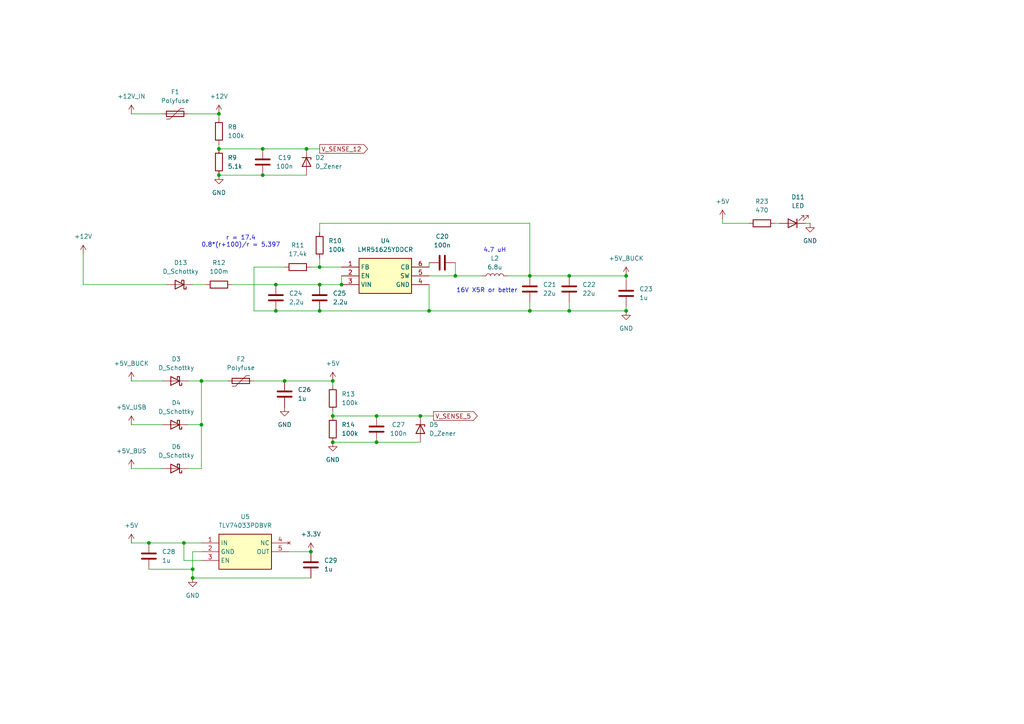
<source format=kicad_sch>
(kicad_sch
	(version 20250114)
	(generator "eeschema")
	(generator_version "9.0")
	(uuid "06a5a230-c070-42c5-b4f1-fd7f29b30dff")
	(paper "A4")
	(lib_symbols
		(symbol "Device:C"
			(pin_numbers
				(hide yes)
			)
			(pin_names
				(offset 0.254)
			)
			(exclude_from_sim no)
			(in_bom yes)
			(on_board yes)
			(property "Reference" "C"
				(at 0.635 2.54 0)
				(effects
					(font
						(size 1.27 1.27)
					)
					(justify left)
				)
			)
			(property "Value" "C"
				(at 0.635 -2.54 0)
				(effects
					(font
						(size 1.27 1.27)
					)
					(justify left)
				)
			)
			(property "Footprint" ""
				(at 0.9652 -3.81 0)
				(effects
					(font
						(size 1.27 1.27)
					)
					(hide yes)
				)
			)
			(property "Datasheet" "~"
				(at 0 0 0)
				(effects
					(font
						(size 1.27 1.27)
					)
					(hide yes)
				)
			)
			(property "Description" "Unpolarized capacitor"
				(at 0 0 0)
				(effects
					(font
						(size 1.27 1.27)
					)
					(hide yes)
				)
			)
			(property "ki_keywords" "cap capacitor"
				(at 0 0 0)
				(effects
					(font
						(size 1.27 1.27)
					)
					(hide yes)
				)
			)
			(property "ki_fp_filters" "C_*"
				(at 0 0 0)
				(effects
					(font
						(size 1.27 1.27)
					)
					(hide yes)
				)
			)
			(symbol "C_0_1"
				(polyline
					(pts
						(xy -2.032 0.762) (xy 2.032 0.762)
					)
					(stroke
						(width 0.508)
						(type default)
					)
					(fill
						(type none)
					)
				)
				(polyline
					(pts
						(xy -2.032 -0.762) (xy 2.032 -0.762)
					)
					(stroke
						(width 0.508)
						(type default)
					)
					(fill
						(type none)
					)
				)
			)
			(symbol "C_1_1"
				(pin passive line
					(at 0 3.81 270)
					(length 2.794)
					(name "~"
						(effects
							(font
								(size 1.27 1.27)
							)
						)
					)
					(number "1"
						(effects
							(font
								(size 1.27 1.27)
							)
						)
					)
				)
				(pin passive line
					(at 0 -3.81 90)
					(length 2.794)
					(name "~"
						(effects
							(font
								(size 1.27 1.27)
							)
						)
					)
					(number "2"
						(effects
							(font
								(size 1.27 1.27)
							)
						)
					)
				)
			)
			(embedded_fonts no)
		)
		(symbol "Device:D_Schottky"
			(pin_numbers
				(hide yes)
			)
			(pin_names
				(offset 1.016)
				(hide yes)
			)
			(exclude_from_sim no)
			(in_bom yes)
			(on_board yes)
			(property "Reference" "D"
				(at 0 2.54 0)
				(effects
					(font
						(size 1.27 1.27)
					)
				)
			)
			(property "Value" "D_Schottky"
				(at 0 -2.54 0)
				(effects
					(font
						(size 1.27 1.27)
					)
				)
			)
			(property "Footprint" ""
				(at 0 0 0)
				(effects
					(font
						(size 1.27 1.27)
					)
					(hide yes)
				)
			)
			(property "Datasheet" "~"
				(at 0 0 0)
				(effects
					(font
						(size 1.27 1.27)
					)
					(hide yes)
				)
			)
			(property "Description" "Schottky diode"
				(at 0 0 0)
				(effects
					(font
						(size 1.27 1.27)
					)
					(hide yes)
				)
			)
			(property "ki_keywords" "diode Schottky"
				(at 0 0 0)
				(effects
					(font
						(size 1.27 1.27)
					)
					(hide yes)
				)
			)
			(property "ki_fp_filters" "TO-???* *_Diode_* *SingleDiode* D_*"
				(at 0 0 0)
				(effects
					(font
						(size 1.27 1.27)
					)
					(hide yes)
				)
			)
			(symbol "D_Schottky_0_1"
				(polyline
					(pts
						(xy -1.905 0.635) (xy -1.905 1.27) (xy -1.27 1.27) (xy -1.27 -1.27) (xy -0.635 -1.27) (xy -0.635 -0.635)
					)
					(stroke
						(width 0.254)
						(type default)
					)
					(fill
						(type none)
					)
				)
				(polyline
					(pts
						(xy 1.27 1.27) (xy 1.27 -1.27) (xy -1.27 0) (xy 1.27 1.27)
					)
					(stroke
						(width 0.254)
						(type default)
					)
					(fill
						(type none)
					)
				)
				(polyline
					(pts
						(xy 1.27 0) (xy -1.27 0)
					)
					(stroke
						(width 0)
						(type default)
					)
					(fill
						(type none)
					)
				)
			)
			(symbol "D_Schottky_1_1"
				(pin passive line
					(at -3.81 0 0)
					(length 2.54)
					(name "K"
						(effects
							(font
								(size 1.27 1.27)
							)
						)
					)
					(number "1"
						(effects
							(font
								(size 1.27 1.27)
							)
						)
					)
				)
				(pin passive line
					(at 3.81 0 180)
					(length 2.54)
					(name "A"
						(effects
							(font
								(size 1.27 1.27)
							)
						)
					)
					(number "2"
						(effects
							(font
								(size 1.27 1.27)
							)
						)
					)
				)
			)
			(embedded_fonts no)
		)
		(symbol "Device:D_Zener"
			(pin_numbers
				(hide yes)
			)
			(pin_names
				(offset 1.016)
				(hide yes)
			)
			(exclude_from_sim no)
			(in_bom yes)
			(on_board yes)
			(property "Reference" "D"
				(at 0 2.54 0)
				(effects
					(font
						(size 1.27 1.27)
					)
				)
			)
			(property "Value" "D_Zener"
				(at 0 -2.54 0)
				(effects
					(font
						(size 1.27 1.27)
					)
				)
			)
			(property "Footprint" ""
				(at 0 0 0)
				(effects
					(font
						(size 1.27 1.27)
					)
					(hide yes)
				)
			)
			(property "Datasheet" "~"
				(at 0 0 0)
				(effects
					(font
						(size 1.27 1.27)
					)
					(hide yes)
				)
			)
			(property "Description" "Zener diode"
				(at 0 0 0)
				(effects
					(font
						(size 1.27 1.27)
					)
					(hide yes)
				)
			)
			(property "ki_keywords" "diode"
				(at 0 0 0)
				(effects
					(font
						(size 1.27 1.27)
					)
					(hide yes)
				)
			)
			(property "ki_fp_filters" "TO-???* *_Diode_* *SingleDiode* D_*"
				(at 0 0 0)
				(effects
					(font
						(size 1.27 1.27)
					)
					(hide yes)
				)
			)
			(symbol "D_Zener_0_1"
				(polyline
					(pts
						(xy -1.27 -1.27) (xy -1.27 1.27) (xy -0.762 1.27)
					)
					(stroke
						(width 0.254)
						(type default)
					)
					(fill
						(type none)
					)
				)
				(polyline
					(pts
						(xy 1.27 0) (xy -1.27 0)
					)
					(stroke
						(width 0)
						(type default)
					)
					(fill
						(type none)
					)
				)
				(polyline
					(pts
						(xy 1.27 -1.27) (xy 1.27 1.27) (xy -1.27 0) (xy 1.27 -1.27)
					)
					(stroke
						(width 0.254)
						(type default)
					)
					(fill
						(type none)
					)
				)
			)
			(symbol "D_Zener_1_1"
				(pin passive line
					(at -3.81 0 0)
					(length 2.54)
					(name "K"
						(effects
							(font
								(size 1.27 1.27)
							)
						)
					)
					(number "1"
						(effects
							(font
								(size 1.27 1.27)
							)
						)
					)
				)
				(pin passive line
					(at 3.81 0 180)
					(length 2.54)
					(name "A"
						(effects
							(font
								(size 1.27 1.27)
							)
						)
					)
					(number "2"
						(effects
							(font
								(size 1.27 1.27)
							)
						)
					)
				)
			)
			(embedded_fonts no)
		)
		(symbol "Device:L"
			(pin_numbers
				(hide yes)
			)
			(pin_names
				(offset 1.016)
				(hide yes)
			)
			(exclude_from_sim no)
			(in_bom yes)
			(on_board yes)
			(property "Reference" "L"
				(at -1.27 0 90)
				(effects
					(font
						(size 1.27 1.27)
					)
				)
			)
			(property "Value" "L"
				(at 1.905 0 90)
				(effects
					(font
						(size 1.27 1.27)
					)
				)
			)
			(property "Footprint" ""
				(at 0 0 0)
				(effects
					(font
						(size 1.27 1.27)
					)
					(hide yes)
				)
			)
			(property "Datasheet" "~"
				(at 0 0 0)
				(effects
					(font
						(size 1.27 1.27)
					)
					(hide yes)
				)
			)
			(property "Description" "Inductor"
				(at 0 0 0)
				(effects
					(font
						(size 1.27 1.27)
					)
					(hide yes)
				)
			)
			(property "ki_keywords" "inductor choke coil reactor magnetic"
				(at 0 0 0)
				(effects
					(font
						(size 1.27 1.27)
					)
					(hide yes)
				)
			)
			(property "ki_fp_filters" "Choke_* *Coil* Inductor_* L_*"
				(at 0 0 0)
				(effects
					(font
						(size 1.27 1.27)
					)
					(hide yes)
				)
			)
			(symbol "L_0_1"
				(arc
					(start 0 2.54)
					(mid 0.6323 1.905)
					(end 0 1.27)
					(stroke
						(width 0)
						(type default)
					)
					(fill
						(type none)
					)
				)
				(arc
					(start 0 1.27)
					(mid 0.6323 0.635)
					(end 0 0)
					(stroke
						(width 0)
						(type default)
					)
					(fill
						(type none)
					)
				)
				(arc
					(start 0 0)
					(mid 0.6323 -0.635)
					(end 0 -1.27)
					(stroke
						(width 0)
						(type default)
					)
					(fill
						(type none)
					)
				)
				(arc
					(start 0 -1.27)
					(mid 0.6323 -1.905)
					(end 0 -2.54)
					(stroke
						(width 0)
						(type default)
					)
					(fill
						(type none)
					)
				)
			)
			(symbol "L_1_1"
				(pin passive line
					(at 0 3.81 270)
					(length 1.27)
					(name "1"
						(effects
							(font
								(size 1.27 1.27)
							)
						)
					)
					(number "1"
						(effects
							(font
								(size 1.27 1.27)
							)
						)
					)
				)
				(pin passive line
					(at 0 -3.81 90)
					(length 1.27)
					(name "2"
						(effects
							(font
								(size 1.27 1.27)
							)
						)
					)
					(number "2"
						(effects
							(font
								(size 1.27 1.27)
							)
						)
					)
				)
			)
			(embedded_fonts no)
		)
		(symbol "Device:LED"
			(pin_numbers
				(hide yes)
			)
			(pin_names
				(offset 1.016)
				(hide yes)
			)
			(exclude_from_sim no)
			(in_bom yes)
			(on_board yes)
			(property "Reference" "D"
				(at 0 2.54 0)
				(effects
					(font
						(size 1.27 1.27)
					)
				)
			)
			(property "Value" "LED"
				(at 0 -2.54 0)
				(effects
					(font
						(size 1.27 1.27)
					)
				)
			)
			(property "Footprint" ""
				(at 0 0 0)
				(effects
					(font
						(size 1.27 1.27)
					)
					(hide yes)
				)
			)
			(property "Datasheet" "~"
				(at 0 0 0)
				(effects
					(font
						(size 1.27 1.27)
					)
					(hide yes)
				)
			)
			(property "Description" "Light emitting diode"
				(at 0 0 0)
				(effects
					(font
						(size 1.27 1.27)
					)
					(hide yes)
				)
			)
			(property "Sim.Pins" "1=K 2=A"
				(at 0 0 0)
				(effects
					(font
						(size 1.27 1.27)
					)
					(hide yes)
				)
			)
			(property "ki_keywords" "LED diode"
				(at 0 0 0)
				(effects
					(font
						(size 1.27 1.27)
					)
					(hide yes)
				)
			)
			(property "ki_fp_filters" "LED* LED_SMD:* LED_THT:*"
				(at 0 0 0)
				(effects
					(font
						(size 1.27 1.27)
					)
					(hide yes)
				)
			)
			(symbol "LED_0_1"
				(polyline
					(pts
						(xy -3.048 -0.762) (xy -4.572 -2.286) (xy -3.81 -2.286) (xy -4.572 -2.286) (xy -4.572 -1.524)
					)
					(stroke
						(width 0)
						(type default)
					)
					(fill
						(type none)
					)
				)
				(polyline
					(pts
						(xy -1.778 -0.762) (xy -3.302 -2.286) (xy -2.54 -2.286) (xy -3.302 -2.286) (xy -3.302 -1.524)
					)
					(stroke
						(width 0)
						(type default)
					)
					(fill
						(type none)
					)
				)
				(polyline
					(pts
						(xy -1.27 0) (xy 1.27 0)
					)
					(stroke
						(width 0)
						(type default)
					)
					(fill
						(type none)
					)
				)
				(polyline
					(pts
						(xy -1.27 -1.27) (xy -1.27 1.27)
					)
					(stroke
						(width 0.254)
						(type default)
					)
					(fill
						(type none)
					)
				)
				(polyline
					(pts
						(xy 1.27 -1.27) (xy 1.27 1.27) (xy -1.27 0) (xy 1.27 -1.27)
					)
					(stroke
						(width 0.254)
						(type default)
					)
					(fill
						(type none)
					)
				)
			)
			(symbol "LED_1_1"
				(pin passive line
					(at -3.81 0 0)
					(length 2.54)
					(name "K"
						(effects
							(font
								(size 1.27 1.27)
							)
						)
					)
					(number "1"
						(effects
							(font
								(size 1.27 1.27)
							)
						)
					)
				)
				(pin passive line
					(at 3.81 0 180)
					(length 2.54)
					(name "A"
						(effects
							(font
								(size 1.27 1.27)
							)
						)
					)
					(number "2"
						(effects
							(font
								(size 1.27 1.27)
							)
						)
					)
				)
			)
			(embedded_fonts no)
		)
		(symbol "Device:Polyfuse"
			(pin_numbers
				(hide yes)
			)
			(pin_names
				(offset 0)
			)
			(exclude_from_sim no)
			(in_bom yes)
			(on_board yes)
			(property "Reference" "F"
				(at -2.54 0 90)
				(effects
					(font
						(size 1.27 1.27)
					)
				)
			)
			(property "Value" "Polyfuse"
				(at 2.54 0 90)
				(effects
					(font
						(size 1.27 1.27)
					)
				)
			)
			(property "Footprint" ""
				(at 1.27 -5.08 0)
				(effects
					(font
						(size 1.27 1.27)
					)
					(justify left)
					(hide yes)
				)
			)
			(property "Datasheet" "~"
				(at 0 0 0)
				(effects
					(font
						(size 1.27 1.27)
					)
					(hide yes)
				)
			)
			(property "Description" "Resettable fuse, polymeric positive temperature coefficient"
				(at 0 0 0)
				(effects
					(font
						(size 1.27 1.27)
					)
					(hide yes)
				)
			)
			(property "ki_keywords" "resettable fuse PTC PPTC polyfuse polyswitch"
				(at 0 0 0)
				(effects
					(font
						(size 1.27 1.27)
					)
					(hide yes)
				)
			)
			(property "ki_fp_filters" "*polyfuse* *PTC*"
				(at 0 0 0)
				(effects
					(font
						(size 1.27 1.27)
					)
					(hide yes)
				)
			)
			(symbol "Polyfuse_0_1"
				(polyline
					(pts
						(xy -1.524 2.54) (xy -1.524 1.524) (xy 1.524 -1.524) (xy 1.524 -2.54)
					)
					(stroke
						(width 0)
						(type default)
					)
					(fill
						(type none)
					)
				)
				(rectangle
					(start -0.762 2.54)
					(end 0.762 -2.54)
					(stroke
						(width 0.254)
						(type default)
					)
					(fill
						(type none)
					)
				)
				(polyline
					(pts
						(xy 0 2.54) (xy 0 -2.54)
					)
					(stroke
						(width 0)
						(type default)
					)
					(fill
						(type none)
					)
				)
			)
			(symbol "Polyfuse_1_1"
				(pin passive line
					(at 0 3.81 270)
					(length 1.27)
					(name "~"
						(effects
							(font
								(size 1.27 1.27)
							)
						)
					)
					(number "1"
						(effects
							(font
								(size 1.27 1.27)
							)
						)
					)
				)
				(pin passive line
					(at 0 -3.81 90)
					(length 1.27)
					(name "~"
						(effects
							(font
								(size 1.27 1.27)
							)
						)
					)
					(number "2"
						(effects
							(font
								(size 1.27 1.27)
							)
						)
					)
				)
			)
			(embedded_fonts no)
		)
		(symbol "Device:R"
			(pin_numbers
				(hide yes)
			)
			(pin_names
				(offset 0)
			)
			(exclude_from_sim no)
			(in_bom yes)
			(on_board yes)
			(property "Reference" "R"
				(at 2.032 0 90)
				(effects
					(font
						(size 1.27 1.27)
					)
				)
			)
			(property "Value" "R"
				(at 0 0 90)
				(effects
					(font
						(size 1.27 1.27)
					)
				)
			)
			(property "Footprint" ""
				(at -1.778 0 90)
				(effects
					(font
						(size 1.27 1.27)
					)
					(hide yes)
				)
			)
			(property "Datasheet" "~"
				(at 0 0 0)
				(effects
					(font
						(size 1.27 1.27)
					)
					(hide yes)
				)
			)
			(property "Description" "Resistor"
				(at 0 0 0)
				(effects
					(font
						(size 1.27 1.27)
					)
					(hide yes)
				)
			)
			(property "ki_keywords" "R res resistor"
				(at 0 0 0)
				(effects
					(font
						(size 1.27 1.27)
					)
					(hide yes)
				)
			)
			(property "ki_fp_filters" "R_*"
				(at 0 0 0)
				(effects
					(font
						(size 1.27 1.27)
					)
					(hide yes)
				)
			)
			(symbol "R_0_1"
				(rectangle
					(start -1.016 -2.54)
					(end 1.016 2.54)
					(stroke
						(width 0.254)
						(type default)
					)
					(fill
						(type none)
					)
				)
			)
			(symbol "R_1_1"
				(pin passive line
					(at 0 3.81 270)
					(length 1.27)
					(name "~"
						(effects
							(font
								(size 1.27 1.27)
							)
						)
					)
					(number "1"
						(effects
							(font
								(size 1.27 1.27)
							)
						)
					)
				)
				(pin passive line
					(at 0 -3.81 90)
					(length 1.27)
					(name "~"
						(effects
							(font
								(size 1.27 1.27)
							)
						)
					)
					(number "2"
						(effects
							(font
								(size 1.27 1.27)
							)
						)
					)
				)
			)
			(embedded_fonts no)
		)
		(symbol "SamacSys_Parts:LMR51625YFDDCR"
			(exclude_from_sim no)
			(in_bom yes)
			(on_board yes)
			(property "Reference" "IC"
				(at 21.59 7.62 0)
				(effects
					(font
						(size 1.27 1.27)
					)
					(justify left top)
				)
			)
			(property "Value" "LMR51625YFDDCR"
				(at 21.59 5.08 0)
				(effects
					(font
						(size 1.27 1.27)
					)
					(justify left top)
				)
			)
			(property "Footprint" "SOT95P280X110-6N"
				(at 21.59 -94.92 0)
				(effects
					(font
						(size 1.27 1.27)
					)
					(justify left top)
					(hide yes)
				)
			)
			(property "Datasheet" "https://www.mouser.kr/ProductDetail/Texas-Instruments/LMR51625YFDDCR?qs=efUn273yAhe0Di9PgWnVVg%3D%3D"
				(at 21.59 -194.92 0)
				(effects
					(font
						(size 1.27 1.27)
					)
					(justify left top)
					(hide yes)
				)
			)
			(property "Description" "Functional Safety-Capable  Documentation available to aid functional safety system design  Configured for rugged industrial applications:  4.3V to 60V input voltage range  2.5A or 3.5A continuous output current  Low operating quiescent current of 29uA  70ns minimum switching on time  400kHz amd 1.1MHz switching frequency  Frequency spread spectrum (PFM variant)  40C to 150C junction temperature range  96% maximum duty cycle  Monotonic start-up with prebiased output  Short-circu"
				(at 0 0 0)
				(effects
					(font
						(size 1.27 1.27)
					)
					(hide yes)
				)
			)
			(property "Height" "1.1"
				(at 21.59 -394.92 0)
				(effects
					(font
						(size 1.27 1.27)
					)
					(justify left top)
					(hide yes)
				)
			)
			(property "Manufacturer_Name" "Texas Instruments"
				(at 21.59 -494.92 0)
				(effects
					(font
						(size 1.27 1.27)
					)
					(justify left top)
					(hide yes)
				)
			)
			(property "Manufacturer_Part_Number" "LMR51625YFDDCR"
				(at 21.59 -594.92 0)
				(effects
					(font
						(size 1.27 1.27)
					)
					(justify left top)
					(hide yes)
				)
			)
			(property "Mouser Part Number" "595-LMR51625YFDDCR"
				(at 21.59 -694.92 0)
				(effects
					(font
						(size 1.27 1.27)
					)
					(justify left top)
					(hide yes)
				)
			)
			(property "Mouser Price/Stock" "https://www.mouser.co.uk/ProductDetail/Texas-Instruments/LMR51625YFDDCR?qs=efUn273yAhe0Di9PgWnVVg%3D%3D"
				(at 21.59 -794.92 0)
				(effects
					(font
						(size 1.27 1.27)
					)
					(justify left top)
					(hide yes)
				)
			)
			(property "Arrow Part Number" "LMR51625YFDDCR"
				(at 21.59 -894.92 0)
				(effects
					(font
						(size 1.27 1.27)
					)
					(justify left top)
					(hide yes)
				)
			)
			(property "Arrow Price/Stock" "https://www.arrow.com/en/products/lmr51625yfddcr/texas-instruments?utm_currency=USD&region=nac"
				(at 21.59 -994.92 0)
				(effects
					(font
						(size 1.27 1.27)
					)
					(justify left top)
					(hide yes)
				)
			)
			(symbol "LMR51625YFDDCR_1_1"
				(rectangle
					(start 5.08 2.54)
					(end 20.32 -7.62)
					(stroke
						(width 0.254)
						(type default)
					)
					(fill
						(type background)
					)
				)
				(pin passive line
					(at 0 0 0)
					(length 5.08)
					(name "FB"
						(effects
							(font
								(size 1.27 1.27)
							)
						)
					)
					(number "1"
						(effects
							(font
								(size 1.27 1.27)
							)
						)
					)
				)
				(pin passive line
					(at 0 -2.54 0)
					(length 5.08)
					(name "EN"
						(effects
							(font
								(size 1.27 1.27)
							)
						)
					)
					(number "2"
						(effects
							(font
								(size 1.27 1.27)
							)
						)
					)
				)
				(pin passive line
					(at 0 -5.08 0)
					(length 5.08)
					(name "VIN"
						(effects
							(font
								(size 1.27 1.27)
							)
						)
					)
					(number "3"
						(effects
							(font
								(size 1.27 1.27)
							)
						)
					)
				)
				(pin passive line
					(at 25.4 0 180)
					(length 5.08)
					(name "CB"
						(effects
							(font
								(size 1.27 1.27)
							)
						)
					)
					(number "6"
						(effects
							(font
								(size 1.27 1.27)
							)
						)
					)
				)
				(pin passive line
					(at 25.4 -2.54 180)
					(length 5.08)
					(name "SW"
						(effects
							(font
								(size 1.27 1.27)
							)
						)
					)
					(number "5"
						(effects
							(font
								(size 1.27 1.27)
							)
						)
					)
				)
				(pin passive line
					(at 25.4 -5.08 180)
					(length 5.08)
					(name "GND"
						(effects
							(font
								(size 1.27 1.27)
							)
						)
					)
					(number "4"
						(effects
							(font
								(size 1.27 1.27)
							)
						)
					)
				)
			)
			(embedded_fonts no)
		)
		(symbol "SamacSys_Parts:TLV74033PDBVR"
			(exclude_from_sim no)
			(in_bom yes)
			(on_board yes)
			(property "Reference" "IC"
				(at 21.59 7.62 0)
				(effects
					(font
						(size 1.27 1.27)
					)
					(justify left top)
				)
			)
			(property "Value" "TLV74033PDBVR"
				(at 21.59 5.08 0)
				(effects
					(font
						(size 1.27 1.27)
					)
					(justify left top)
				)
			)
			(property "Footprint" "SOT95P280X145-5N"
				(at 21.59 -94.92 0)
				(effects
					(font
						(size 1.27 1.27)
					)
					(justify left top)
					(hide yes)
				)
			)
			(property "Datasheet" "https://www.ti.com/lit/ds/symlink/tlv740p.pdf?ts=1599647884466&ref_url=https%253A%252F%252Fwww.ti.com%252Fpower-management%252Flinear-regulators-ldo%252Fproducts.html"
				(at 21.59 -194.92 0)
				(effects
					(font
						(size 1.27 1.27)
					)
					(justify left top)
					(hide yes)
				)
			)
			(property "Description" "LDO Voltage Regulators"
				(at 0 0 0)
				(effects
					(font
						(size 1.27 1.27)
					)
					(hide yes)
				)
			)
			(property "Height" "1.45"
				(at 21.59 -394.92 0)
				(effects
					(font
						(size 1.27 1.27)
					)
					(justify left top)
					(hide yes)
				)
			)
			(property "Mouser Part Number" "595-TLV74033PDBVR"
				(at 21.59 -494.92 0)
				(effects
					(font
						(size 1.27 1.27)
					)
					(justify left top)
					(hide yes)
				)
			)
			(property "Mouser Price/Stock" "https://www.mouser.co.uk/ProductDetail/Texas-Instruments/TLV74033PDBVR?qs=sPbYRqrBIVkaG2WMvPh1eg%3D%3D"
				(at 21.59 -594.92 0)
				(effects
					(font
						(size 1.27 1.27)
					)
					(justify left top)
					(hide yes)
				)
			)
			(property "Manufacturer_Name" "Texas Instruments"
				(at 21.59 -694.92 0)
				(effects
					(font
						(size 1.27 1.27)
					)
					(justify left top)
					(hide yes)
				)
			)
			(property "Manufacturer_Part_Number" "TLV74033PDBVR"
				(at 21.59 -794.92 0)
				(effects
					(font
						(size 1.27 1.27)
					)
					(justify left top)
					(hide yes)
				)
			)
			(symbol "TLV74033PDBVR_1_1"
				(rectangle
					(start 5.08 2.54)
					(end 20.32 -7.62)
					(stroke
						(width 0.254)
						(type default)
					)
					(fill
						(type background)
					)
				)
				(pin passive line
					(at 0 0 0)
					(length 5.08)
					(name "IN"
						(effects
							(font
								(size 1.27 1.27)
							)
						)
					)
					(number "1"
						(effects
							(font
								(size 1.27 1.27)
							)
						)
					)
				)
				(pin passive line
					(at 0 -2.54 0)
					(length 5.08)
					(name "GND"
						(effects
							(font
								(size 1.27 1.27)
							)
						)
					)
					(number "2"
						(effects
							(font
								(size 1.27 1.27)
							)
						)
					)
				)
				(pin passive line
					(at 0 -5.08 0)
					(length 5.08)
					(name "EN"
						(effects
							(font
								(size 1.27 1.27)
							)
						)
					)
					(number "3"
						(effects
							(font
								(size 1.27 1.27)
							)
						)
					)
				)
				(pin no_connect line
					(at 25.4 0 180)
					(length 5.08)
					(name "NC"
						(effects
							(font
								(size 1.27 1.27)
							)
						)
					)
					(number "4"
						(effects
							(font
								(size 1.27 1.27)
							)
						)
					)
				)
				(pin passive line
					(at 25.4 -2.54 180)
					(length 5.08)
					(name "OUT"
						(effects
							(font
								(size 1.27 1.27)
							)
						)
					)
					(number "5"
						(effects
							(font
								(size 1.27 1.27)
							)
						)
					)
				)
			)
			(embedded_fonts no)
		)
		(symbol "power:+3.3V"
			(power)
			(pin_numbers
				(hide yes)
			)
			(pin_names
				(offset 0)
				(hide yes)
			)
			(exclude_from_sim no)
			(in_bom yes)
			(on_board yes)
			(property "Reference" "#PWR"
				(at 0 -3.81 0)
				(effects
					(font
						(size 1.27 1.27)
					)
					(hide yes)
				)
			)
			(property "Value" "+3.3V"
				(at 0 3.556 0)
				(effects
					(font
						(size 1.27 1.27)
					)
				)
			)
			(property "Footprint" ""
				(at 0 0 0)
				(effects
					(font
						(size 1.27 1.27)
					)
					(hide yes)
				)
			)
			(property "Datasheet" ""
				(at 0 0 0)
				(effects
					(font
						(size 1.27 1.27)
					)
					(hide yes)
				)
			)
			(property "Description" "Power symbol creates a global label with name \"+3.3V\""
				(at 0 0 0)
				(effects
					(font
						(size 1.27 1.27)
					)
					(hide yes)
				)
			)
			(property "ki_keywords" "global power"
				(at 0 0 0)
				(effects
					(font
						(size 1.27 1.27)
					)
					(hide yes)
				)
			)
			(symbol "+3.3V_0_1"
				(polyline
					(pts
						(xy -0.762 1.27) (xy 0 2.54)
					)
					(stroke
						(width 0)
						(type default)
					)
					(fill
						(type none)
					)
				)
				(polyline
					(pts
						(xy 0 2.54) (xy 0.762 1.27)
					)
					(stroke
						(width 0)
						(type default)
					)
					(fill
						(type none)
					)
				)
				(polyline
					(pts
						(xy 0 0) (xy 0 2.54)
					)
					(stroke
						(width 0)
						(type default)
					)
					(fill
						(type none)
					)
				)
			)
			(symbol "+3.3V_1_1"
				(pin power_in line
					(at 0 0 90)
					(length 0)
					(name "~"
						(effects
							(font
								(size 1.27 1.27)
							)
						)
					)
					(number "1"
						(effects
							(font
								(size 1.27 1.27)
							)
						)
					)
				)
			)
			(embedded_fonts no)
		)
		(symbol "power:GND"
			(power)
			(pin_numbers
				(hide yes)
			)
			(pin_names
				(offset 0)
				(hide yes)
			)
			(exclude_from_sim no)
			(in_bom yes)
			(on_board yes)
			(property "Reference" "#PWR"
				(at 0 -6.35 0)
				(effects
					(font
						(size 1.27 1.27)
					)
					(hide yes)
				)
			)
			(property "Value" "GND"
				(at 0 -3.81 0)
				(effects
					(font
						(size 1.27 1.27)
					)
				)
			)
			(property "Footprint" ""
				(at 0 0 0)
				(effects
					(font
						(size 1.27 1.27)
					)
					(hide yes)
				)
			)
			(property "Datasheet" ""
				(at 0 0 0)
				(effects
					(font
						(size 1.27 1.27)
					)
					(hide yes)
				)
			)
			(property "Description" "Power symbol creates a global label with name \"GND\" , ground"
				(at 0 0 0)
				(effects
					(font
						(size 1.27 1.27)
					)
					(hide yes)
				)
			)
			(property "ki_keywords" "global power"
				(at 0 0 0)
				(effects
					(font
						(size 1.27 1.27)
					)
					(hide yes)
				)
			)
			(symbol "GND_0_1"
				(polyline
					(pts
						(xy 0 0) (xy 0 -1.27) (xy 1.27 -1.27) (xy 0 -2.54) (xy -1.27 -1.27) (xy 0 -1.27)
					)
					(stroke
						(width 0)
						(type default)
					)
					(fill
						(type none)
					)
				)
			)
			(symbol "GND_1_1"
				(pin power_in line
					(at 0 0 270)
					(length 0)
					(name "~"
						(effects
							(font
								(size 1.27 1.27)
							)
						)
					)
					(number "1"
						(effects
							(font
								(size 1.27 1.27)
							)
						)
					)
				)
			)
			(embedded_fonts no)
		)
	)
	(text "16V X5R or better"
		(exclude_from_sim no)
		(at 141.224 84.328 0)
		(effects
			(font
				(size 1.27 1.27)
			)
		)
		(uuid "696ee8d7-642a-4001-84ca-f93fc965bfc3")
	)
	(text "4.7 uH"
		(exclude_from_sim no)
		(at 143.51 72.644 0)
		(effects
			(font
				(size 1.27 1.27)
			)
		)
		(uuid "6b605810-3617-4478-83e0-4ab1b73078bd")
	)
	(text "r = 17.4\n0.8*(r+100)/r = 5.397"
		(exclude_from_sim no)
		(at 69.85 70.104 0)
		(effects
			(font
				(size 1.27 1.27)
			)
		)
		(uuid "ab4d81c3-5f3f-49cf-ac14-0b07c2ad5823")
	)
	(junction
		(at 153.67 80.01)
		(diameter 0)
		(color 0 0 0 0)
		(uuid "033e8ef7-e3b4-41f9-905b-8ace0982febd")
	)
	(junction
		(at 58.42 110.49)
		(diameter 0)
		(color 0 0 0 0)
		(uuid "05cb6308-deb9-444f-b864-ca3fbc527b82")
	)
	(junction
		(at 90.17 160.02)
		(diameter 0)
		(color 0 0 0 0)
		(uuid "08d07d54-7b6e-4949-a678-7c7e56c68448")
	)
	(junction
		(at 92.71 77.47)
		(diameter 0)
		(color 0 0 0 0)
		(uuid "0b731d56-aaee-4386-a6f5-686885599529")
	)
	(junction
		(at 92.71 90.17)
		(diameter 0)
		(color 0 0 0 0)
		(uuid "0d033474-12c9-4685-8c1c-482cd9340e95")
	)
	(junction
		(at 58.42 123.19)
		(diameter 0)
		(color 0 0 0 0)
		(uuid "10e9de47-27d9-4c82-bbe3-c358b964fda2")
	)
	(junction
		(at 132.08 80.01)
		(diameter 0)
		(color 0 0 0 0)
		(uuid "208e72d2-b27b-42b7-a944-d2b69f8eea26")
	)
	(junction
		(at 63.5 33.02)
		(diameter 0)
		(color 0 0 0 0)
		(uuid "263c75ab-1d3f-4a54-9656-5cf21a874c33")
	)
	(junction
		(at 43.18 157.48)
		(diameter 0)
		(color 0 0 0 0)
		(uuid "28c025f1-2014-4824-8b06-66e630445f03")
	)
	(junction
		(at 124.46 90.17)
		(diameter 0)
		(color 0 0 0 0)
		(uuid "39fefec5-ab2c-4f80-8558-7cc6f07aba61")
	)
	(junction
		(at 80.01 90.17)
		(diameter 0)
		(color 0 0 0 0)
		(uuid "4785f7fd-ede9-43e5-b449-ac82d7785230")
	)
	(junction
		(at 80.01 82.55)
		(diameter 0)
		(color 0 0 0 0)
		(uuid "4ff7fdeb-0f8e-437b-8b89-d1bf0008edf0")
	)
	(junction
		(at 63.5 43.18)
		(diameter 0)
		(color 0 0 0 0)
		(uuid "54dd1758-efb8-4563-8799-93f450506d15")
	)
	(junction
		(at 76.2 50.8)
		(diameter 0)
		(color 0 0 0 0)
		(uuid "592ed546-704f-4884-bc96-2060ff4a5947")
	)
	(junction
		(at 92.71 82.55)
		(diameter 0)
		(color 0 0 0 0)
		(uuid "61b325fe-2037-4e54-bff2-47258cc301bc")
	)
	(junction
		(at 181.61 90.17)
		(diameter 0)
		(color 0 0 0 0)
		(uuid "8297ac3c-bba4-4026-8133-03685c70126b")
	)
	(junction
		(at 96.52 120.65)
		(diameter 0)
		(color 0 0 0 0)
		(uuid "8ddb37ba-5496-4864-a8aa-21b77c55454e")
	)
	(junction
		(at 53.34 157.48)
		(diameter 0)
		(color 0 0 0 0)
		(uuid "902b5204-9ce7-41c2-98cb-4f1998e67cab")
	)
	(junction
		(at 153.67 90.17)
		(diameter 0)
		(color 0 0 0 0)
		(uuid "93a91d87-467f-4f66-ab1b-bb60e834234c")
	)
	(junction
		(at 165.1 90.17)
		(diameter 0)
		(color 0 0 0 0)
		(uuid "992f3198-79f0-43eb-81fd-9bb98da8a886")
	)
	(junction
		(at 63.5 50.8)
		(diameter 0)
		(color 0 0 0 0)
		(uuid "a2a655e7-78c6-4ff9-9214-f390afc97ff4")
	)
	(junction
		(at 96.52 128.27)
		(diameter 0)
		(color 0 0 0 0)
		(uuid "ad1a2956-ca35-4b99-983e-ee4380449839")
	)
	(junction
		(at 55.88 167.64)
		(diameter 0)
		(color 0 0 0 0)
		(uuid "ad4eb15e-7819-4c84-8e56-94c1fe1995b8")
	)
	(junction
		(at 96.52 110.49)
		(diameter 0)
		(color 0 0 0 0)
		(uuid "b4014de2-1ca8-45a0-ab2a-7d0be12a9e98")
	)
	(junction
		(at 121.92 120.65)
		(diameter 0)
		(color 0 0 0 0)
		(uuid "b40b60e3-9951-460a-ba81-8aaad8f3743e")
	)
	(junction
		(at 76.2 43.18)
		(diameter 0)
		(color 0 0 0 0)
		(uuid "ba0d6094-cd37-4d7b-8195-729497d01d3e")
	)
	(junction
		(at 55.88 165.1)
		(diameter 0)
		(color 0 0 0 0)
		(uuid "cd992830-14b3-4813-8496-f6c13760ad7c")
	)
	(junction
		(at 82.55 110.49)
		(diameter 0)
		(color 0 0 0 0)
		(uuid "d3b1f4c1-5718-4378-8ffb-5617d54a5c1e")
	)
	(junction
		(at 165.1 80.01)
		(diameter 0)
		(color 0 0 0 0)
		(uuid "dadfe420-7441-4340-94f3-701070e8d3fb")
	)
	(junction
		(at 99.06 82.55)
		(diameter 0)
		(color 0 0 0 0)
		(uuid "e35ad7bf-0db2-4168-8a5d-4de06d3ee9d6")
	)
	(junction
		(at 88.9 43.18)
		(diameter 0)
		(color 0 0 0 0)
		(uuid "e9024868-029c-4fec-a334-cd5085b43725")
	)
	(junction
		(at 109.22 120.65)
		(diameter 0)
		(color 0 0 0 0)
		(uuid "f49e9d2e-7e20-4f47-845c-1fa1c2fba052")
	)
	(junction
		(at 109.22 128.27)
		(diameter 0)
		(color 0 0 0 0)
		(uuid "f57dffc2-44f5-4253-9a01-c3960be6d7bb")
	)
	(junction
		(at 181.61 80.01)
		(diameter 0)
		(color 0 0 0 0)
		(uuid "f90221f4-e2d5-4f74-b1c1-99d029ced4e1")
	)
	(wire
		(pts
			(xy 153.67 90.17) (xy 165.1 90.17)
		)
		(stroke
			(width 0)
			(type default)
		)
		(uuid "034e722a-43be-414a-96e5-f8ef006dc1a0")
	)
	(wire
		(pts
			(xy 124.46 76.2) (xy 124.46 77.47)
		)
		(stroke
			(width 0)
			(type default)
		)
		(uuid "03b737d8-0fb3-4b51-ba88-8be43861c35c")
	)
	(wire
		(pts
			(xy 54.61 110.49) (xy 58.42 110.49)
		)
		(stroke
			(width 0)
			(type default)
		)
		(uuid "0e0facdc-5bb3-416e-acd9-0d02ec206ce4")
	)
	(wire
		(pts
			(xy 165.1 80.01) (xy 181.61 80.01)
		)
		(stroke
			(width 0)
			(type default)
		)
		(uuid "0e326e37-c4f8-49b6-8feb-2d2d61db5451")
	)
	(wire
		(pts
			(xy 43.18 165.1) (xy 55.88 165.1)
		)
		(stroke
			(width 0)
			(type default)
		)
		(uuid "104f3574-d680-4901-abe9-17c90f20916b")
	)
	(wire
		(pts
			(xy 92.71 74.93) (xy 92.71 77.47)
		)
		(stroke
			(width 0)
			(type default)
		)
		(uuid "10f215e3-66a8-4234-aca8-c024e52d01b1")
	)
	(wire
		(pts
			(xy 82.55 110.49) (xy 96.52 110.49)
		)
		(stroke
			(width 0)
			(type default)
		)
		(uuid "11fca5ed-7e21-4794-ad98-26643c61a1db")
	)
	(wire
		(pts
			(xy 24.13 82.55) (xy 24.13 73.66)
		)
		(stroke
			(width 0)
			(type default)
		)
		(uuid "136346f6-180f-4f41-b591-76f322d289c3")
	)
	(wire
		(pts
			(xy 153.67 80.01) (xy 165.1 80.01)
		)
		(stroke
			(width 0)
			(type default)
		)
		(uuid "187dedf4-a0fb-41cf-9632-6dccec5dfc15")
	)
	(wire
		(pts
			(xy 90.17 77.47) (xy 92.71 77.47)
		)
		(stroke
			(width 0)
			(type default)
		)
		(uuid "1a5d66ba-4035-41b3-9462-453e135a13cc")
	)
	(wire
		(pts
			(xy 38.1 110.49) (xy 46.99 110.49)
		)
		(stroke
			(width 0)
			(type default)
		)
		(uuid "1af2a260-84ab-42af-afd6-da7afc5ad8a7")
	)
	(wire
		(pts
			(xy 53.34 162.56) (xy 53.34 157.48)
		)
		(stroke
			(width 0)
			(type default)
		)
		(uuid "1d631311-35db-4785-89ea-e51b9445433a")
	)
	(wire
		(pts
			(xy 96.52 120.65) (xy 109.22 120.65)
		)
		(stroke
			(width 0)
			(type default)
		)
		(uuid "1f79fd8b-9254-4e29-89de-801c93b47db8")
	)
	(wire
		(pts
			(xy 55.88 167.64) (xy 90.17 167.64)
		)
		(stroke
			(width 0)
			(type default)
		)
		(uuid "1fd5c70c-5cc6-4167-8d5c-67dc2ec51398")
	)
	(wire
		(pts
			(xy 55.88 82.55) (xy 59.69 82.55)
		)
		(stroke
			(width 0)
			(type default)
		)
		(uuid "2380cda9-d15b-4f85-86bc-c9dc87117e99")
	)
	(wire
		(pts
			(xy 73.66 77.47) (xy 73.66 90.17)
		)
		(stroke
			(width 0)
			(type default)
		)
		(uuid "29b3d0a3-3371-4c45-bdf3-500c4fa4c4e4")
	)
	(wire
		(pts
			(xy 121.92 120.65) (xy 125.73 120.65)
		)
		(stroke
			(width 0)
			(type default)
		)
		(uuid "2a2c169d-cf8a-4c87-8ca0-72a151575d1c")
	)
	(wire
		(pts
			(xy 209.55 64.77) (xy 217.17 64.77)
		)
		(stroke
			(width 0)
			(type default)
		)
		(uuid "2b2ac02d-e3ec-4300-85f5-8f7c64a0e896")
	)
	(wire
		(pts
			(xy 233.68 64.77) (xy 234.95 64.77)
		)
		(stroke
			(width 0)
			(type default)
		)
		(uuid "2d66addb-ccd2-4a9d-a13d-4833678aad10")
	)
	(wire
		(pts
			(xy 55.88 160.02) (xy 55.88 165.1)
		)
		(stroke
			(width 0)
			(type default)
		)
		(uuid "2ed7e166-826a-4220-9bd9-de5c84423772")
	)
	(wire
		(pts
			(xy 226.06 64.77) (xy 224.79 64.77)
		)
		(stroke
			(width 0)
			(type default)
		)
		(uuid "39cbe5d1-4b3f-469b-a6e6-44b4934bcd4e")
	)
	(wire
		(pts
			(xy 63.5 43.18) (xy 76.2 43.18)
		)
		(stroke
			(width 0)
			(type default)
		)
		(uuid "39e79077-9205-4f15-b804-f9d5e59b8813")
	)
	(wire
		(pts
			(xy 55.88 165.1) (xy 55.88 167.64)
		)
		(stroke
			(width 0)
			(type default)
		)
		(uuid "3cba2a72-b9b0-49a6-b758-3fd2d13b506b")
	)
	(wire
		(pts
			(xy 58.42 135.89) (xy 54.61 135.89)
		)
		(stroke
			(width 0)
			(type default)
		)
		(uuid "44333d3f-f42e-40fa-a8b3-768e103fa7c7")
	)
	(wire
		(pts
			(xy 46.99 33.02) (xy 38.1 33.02)
		)
		(stroke
			(width 0)
			(type default)
		)
		(uuid "44bc3ca4-e2a5-450c-a4a7-2204bb9784f4")
	)
	(wire
		(pts
			(xy 54.61 33.02) (xy 63.5 33.02)
		)
		(stroke
			(width 0)
			(type default)
		)
		(uuid "47447fdb-94d6-4a9f-834d-7848b81ad072")
	)
	(wire
		(pts
			(xy 88.9 43.18) (xy 92.71 43.18)
		)
		(stroke
			(width 0)
			(type default)
		)
		(uuid "4d58a840-f0e6-4820-b167-e63c96ca8a77")
	)
	(wire
		(pts
			(xy 82.55 77.47) (xy 73.66 77.47)
		)
		(stroke
			(width 0)
			(type default)
		)
		(uuid "546ac755-e7eb-4d5e-af90-6c51490a3733")
	)
	(wire
		(pts
			(xy 92.71 77.47) (xy 99.06 77.47)
		)
		(stroke
			(width 0)
			(type default)
		)
		(uuid "5924ed54-a655-4425-a208-e1ade0871e22")
	)
	(wire
		(pts
			(xy 92.71 90.17) (xy 124.46 90.17)
		)
		(stroke
			(width 0)
			(type default)
		)
		(uuid "680e81f6-b99a-41fd-90c9-15ae798e1f90")
	)
	(wire
		(pts
			(xy 153.67 87.63) (xy 153.67 90.17)
		)
		(stroke
			(width 0)
			(type default)
		)
		(uuid "690484ee-432b-4b52-a069-88e0a4d4b702")
	)
	(wire
		(pts
			(xy 73.66 90.17) (xy 80.01 90.17)
		)
		(stroke
			(width 0)
			(type default)
		)
		(uuid "6c59c0f1-dc5b-4468-871c-478767087535")
	)
	(wire
		(pts
			(xy 76.2 50.8) (xy 88.9 50.8)
		)
		(stroke
			(width 0)
			(type default)
		)
		(uuid "6e7111ad-16c5-4a33-82a0-bafba9752479")
	)
	(wire
		(pts
			(xy 181.61 90.17) (xy 181.61 88.9)
		)
		(stroke
			(width 0)
			(type default)
		)
		(uuid "71675c46-9182-4b64-b032-636d05502a31")
	)
	(wire
		(pts
			(xy 58.42 135.89) (xy 58.42 123.19)
		)
		(stroke
			(width 0)
			(type default)
		)
		(uuid "72e95f15-e47d-4e48-8bfc-312c645cce4d")
	)
	(wire
		(pts
			(xy 43.18 157.48) (xy 53.34 157.48)
		)
		(stroke
			(width 0)
			(type default)
		)
		(uuid "7490c7fe-0c54-44d8-97b2-d6fc390dcd0b")
	)
	(wire
		(pts
			(xy 92.71 64.77) (xy 92.71 67.31)
		)
		(stroke
			(width 0)
			(type default)
		)
		(uuid "74a98da0-042f-4841-983c-ad0137dccd90")
	)
	(wire
		(pts
			(xy 80.01 82.55) (xy 92.71 82.55)
		)
		(stroke
			(width 0)
			(type default)
		)
		(uuid "74dd6d76-088d-4d34-9980-90452a0a49b7")
	)
	(wire
		(pts
			(xy 83.82 160.02) (xy 90.17 160.02)
		)
		(stroke
			(width 0)
			(type default)
		)
		(uuid "78284adc-a128-4136-af93-2fb476048646")
	)
	(wire
		(pts
			(xy 63.5 34.29) (xy 63.5 33.02)
		)
		(stroke
			(width 0)
			(type default)
		)
		(uuid "7bd834dd-db96-48a3-b55f-f62c09d56075")
	)
	(wire
		(pts
			(xy 92.71 64.77) (xy 153.67 64.77)
		)
		(stroke
			(width 0)
			(type default)
		)
		(uuid "7e979686-7ac8-43ca-87a6-731ccb6092fb")
	)
	(wire
		(pts
			(xy 73.66 110.49) (xy 82.55 110.49)
		)
		(stroke
			(width 0)
			(type default)
		)
		(uuid "812cc6a8-0ae1-48c5-853e-7318b892dffb")
	)
	(wire
		(pts
			(xy 96.52 120.65) (xy 96.52 119.38)
		)
		(stroke
			(width 0)
			(type default)
		)
		(uuid "82759730-ee9a-44ca-8a3e-c7bf23941305")
	)
	(wire
		(pts
			(xy 96.52 128.27) (xy 109.22 128.27)
		)
		(stroke
			(width 0)
			(type default)
		)
		(uuid "8407a230-9bf0-4a72-9bf2-43715bef1a91")
	)
	(wire
		(pts
			(xy 181.61 81.28) (xy 181.61 80.01)
		)
		(stroke
			(width 0)
			(type default)
		)
		(uuid "87fea072-c201-4f08-8ec8-7afe8d0922a0")
	)
	(wire
		(pts
			(xy 92.71 82.55) (xy 99.06 82.55)
		)
		(stroke
			(width 0)
			(type default)
		)
		(uuid "89548b77-073b-49b1-ac94-81a45c0c607f")
	)
	(wire
		(pts
			(xy 124.46 90.17) (xy 153.67 90.17)
		)
		(stroke
			(width 0)
			(type default)
		)
		(uuid "8b40e253-0894-4d20-b62d-f111917b9c3e")
	)
	(wire
		(pts
			(xy 58.42 162.56) (xy 53.34 162.56)
		)
		(stroke
			(width 0)
			(type default)
		)
		(uuid "9082e6a6-5e3b-4e2e-ab0a-091093433895")
	)
	(wire
		(pts
			(xy 153.67 80.01) (xy 147.32 80.01)
		)
		(stroke
			(width 0)
			(type default)
		)
		(uuid "9c09d2c2-1057-4a72-b70d-81a679e46e48")
	)
	(wire
		(pts
			(xy 132.08 80.01) (xy 139.7 80.01)
		)
		(stroke
			(width 0)
			(type default)
		)
		(uuid "9f58cf25-eee6-4384-8eaa-d85c5cf6cd8d")
	)
	(wire
		(pts
			(xy 38.1 123.19) (xy 46.99 123.19)
		)
		(stroke
			(width 0)
			(type default)
		)
		(uuid "a33408e4-dc92-4860-9aca-1adf863c5f3f")
	)
	(wire
		(pts
			(xy 109.22 120.65) (xy 121.92 120.65)
		)
		(stroke
			(width 0)
			(type default)
		)
		(uuid "a5f5ad75-ec4e-46be-a5b3-72ef743319f5")
	)
	(wire
		(pts
			(xy 99.06 80.01) (xy 99.06 82.55)
		)
		(stroke
			(width 0)
			(type default)
		)
		(uuid "a6f3869d-7852-4c06-be1a-ead55c8e60c4")
	)
	(wire
		(pts
			(xy 209.55 63.5) (xy 209.55 64.77)
		)
		(stroke
			(width 0)
			(type default)
		)
		(uuid "abde8c0d-3aaa-43ee-a1fd-e0dc8a54fb33")
	)
	(wire
		(pts
			(xy 96.52 111.76) (xy 96.52 110.49)
		)
		(stroke
			(width 0)
			(type default)
		)
		(uuid "b0374693-02b5-4d8e-a905-f44307031296")
	)
	(wire
		(pts
			(xy 153.67 64.77) (xy 153.67 80.01)
		)
		(stroke
			(width 0)
			(type default)
		)
		(uuid "bb58280f-1f46-4895-a2d6-9376a52c8c77")
	)
	(wire
		(pts
			(xy 165.1 87.63) (xy 165.1 90.17)
		)
		(stroke
			(width 0)
			(type default)
		)
		(uuid "bf8ccc43-d27f-465f-8758-3ba241aa7328")
	)
	(wire
		(pts
			(xy 38.1 157.48) (xy 43.18 157.48)
		)
		(stroke
			(width 0)
			(type default)
		)
		(uuid "c6de8046-d4e5-47c2-872a-6cdae8a17110")
	)
	(wire
		(pts
			(xy 80.01 90.17) (xy 92.71 90.17)
		)
		(stroke
			(width 0)
			(type default)
		)
		(uuid "c715431d-828f-4630-a8a9-d4b980a2b9a2")
	)
	(wire
		(pts
			(xy 38.1 135.89) (xy 46.99 135.89)
		)
		(stroke
			(width 0)
			(type default)
		)
		(uuid "ca9d9fc9-8ef2-4052-947f-9fab64302502")
	)
	(wire
		(pts
			(xy 124.46 82.55) (xy 124.46 90.17)
		)
		(stroke
			(width 0)
			(type default)
		)
		(uuid "caf534f1-b7ef-41e2-85d4-cbd5c432e3a3")
	)
	(wire
		(pts
			(xy 132.08 76.2) (xy 132.08 80.01)
		)
		(stroke
			(width 0)
			(type default)
		)
		(uuid "cbc97665-d25f-45e5-8950-0d9fe6306b79")
	)
	(wire
		(pts
			(xy 58.42 123.19) (xy 54.61 123.19)
		)
		(stroke
			(width 0)
			(type default)
		)
		(uuid "ce8ba327-9b5b-4578-ade5-0e2f7b3b916e")
	)
	(wire
		(pts
			(xy 53.34 157.48) (xy 58.42 157.48)
		)
		(stroke
			(width 0)
			(type default)
		)
		(uuid "cf2a6ead-cb4f-4fd1-9150-f080852f4e9f")
	)
	(wire
		(pts
			(xy 109.22 128.27) (xy 121.92 128.27)
		)
		(stroke
			(width 0)
			(type default)
		)
		(uuid "d2a1a699-9953-4217-88ee-7554f0f1b6e3")
	)
	(wire
		(pts
			(xy 124.46 80.01) (xy 132.08 80.01)
		)
		(stroke
			(width 0)
			(type default)
		)
		(uuid "d8c91659-79f1-4c79-8e84-05267d8aeb4b")
	)
	(wire
		(pts
			(xy 58.42 110.49) (xy 66.04 110.49)
		)
		(stroke
			(width 0)
			(type default)
		)
		(uuid "d9ddf5dd-9ba9-4e86-aa8d-844faffeb43a")
	)
	(wire
		(pts
			(xy 58.42 160.02) (xy 55.88 160.02)
		)
		(stroke
			(width 0)
			(type default)
		)
		(uuid "de6f2bed-f545-4a26-abd9-99b402356c64")
	)
	(wire
		(pts
			(xy 165.1 90.17) (xy 181.61 90.17)
		)
		(stroke
			(width 0)
			(type default)
		)
		(uuid "e049afb3-274d-47bb-b808-e2249ad818da")
	)
	(wire
		(pts
			(xy 58.42 123.19) (xy 58.42 110.49)
		)
		(stroke
			(width 0)
			(type default)
		)
		(uuid "e5fd6f81-e7b5-4671-b5d9-f8568143189f")
	)
	(wire
		(pts
			(xy 24.13 82.55) (xy 48.26 82.55)
		)
		(stroke
			(width 0)
			(type default)
		)
		(uuid "ec2174cd-55d4-45a1-ac93-d55407f8fba6")
	)
	(wire
		(pts
			(xy 63.5 43.18) (xy 63.5 41.91)
		)
		(stroke
			(width 0)
			(type default)
		)
		(uuid "ec6be01d-13dc-4e45-bde9-db0d8936ffae")
	)
	(wire
		(pts
			(xy 67.31 82.55) (xy 80.01 82.55)
		)
		(stroke
			(width 0)
			(type default)
		)
		(uuid "f3feef21-77e3-4273-8313-a595bf665d9b")
	)
	(wire
		(pts
			(xy 76.2 43.18) (xy 88.9 43.18)
		)
		(stroke
			(width 0)
			(type default)
		)
		(uuid "f50c286f-5e53-43a2-a6d4-5f924e2cd8e2")
	)
	(wire
		(pts
			(xy 63.5 50.8) (xy 76.2 50.8)
		)
		(stroke
			(width 0)
			(type default)
		)
		(uuid "fc4e98be-d83e-43a2-bcaf-a1febe3b97c6")
	)
	(global_label "V_SENSE_12"
		(shape output)
		(at 92.71 43.18 0)
		(fields_autoplaced yes)
		(effects
			(font
				(size 1.27 1.27)
			)
			(justify left)
		)
		(uuid "624e95f5-3c2f-4efd-bb12-9b0655ccfe3a")
		(property "Intersheetrefs" "${INTERSHEET_REFS}"
			(at 107.1855 43.18 0)
			(effects
				(font
					(size 1.27 1.27)
				)
				(justify left)
				(hide yes)
			)
		)
	)
	(global_label "V_SENSE_5"
		(shape output)
		(at 125.73 120.65 0)
		(fields_autoplaced yes)
		(effects
			(font
				(size 1.27 1.27)
			)
			(justify left)
		)
		(uuid "ed8dbeeb-03d0-4053-a01f-a7ce7abed457")
		(property "Intersheetrefs" "${INTERSHEET_REFS}"
			(at 138.996 120.65 0)
			(effects
				(font
					(size 1.27 1.27)
				)
				(justify left)
				(hide yes)
			)
		)
	)
	(symbol
		(lib_id "Device:C")
		(at 92.71 86.36 0)
		(unit 1)
		(exclude_from_sim no)
		(in_bom yes)
		(on_board yes)
		(dnp no)
		(fields_autoplaced yes)
		(uuid "02e4d45e-2db0-4f7c-b69c-d7f19a9c6b61")
		(property "Reference" "C25"
			(at 96.52 85.0899 0)
			(effects
				(font
					(size 1.27 1.27)
				)
				(justify left)
			)
		)
		(property "Value" "2.2u"
			(at 96.52 87.6299 0)
			(effects
				(font
					(size 1.27 1.27)
				)
				(justify left)
			)
		)
		(property "Footprint" "Capacitor_SMD:C_0603_1608Metric_Pad1.08x0.95mm_HandSolder"
			(at 93.6752 90.17 0)
			(effects
				(font
					(size 1.27 1.27)
				)
				(hide yes)
			)
		)
		(property "Datasheet" "~"
			(at 92.71 86.36 0)
			(effects
				(font
					(size 1.27 1.27)
				)
				(hide yes)
			)
		)
		(property "Description" "Unpolarized capacitor"
			(at 92.71 86.36 0)
			(effects
				(font
					(size 1.27 1.27)
				)
				(hide yes)
			)
		)
		(pin "2"
			(uuid "2a03d88a-1be9-4ff9-b417-4da2d8908256")
		)
		(pin "1"
			(uuid "f6c1f4c8-5dc7-46cb-8836-94ff6640cd90")
		)
		(instances
			(project ""
				(path "/f2bb7816-6b2a-47fd-8906-eb4aedd6f9e6/5e700bbe-1f69-4433-b621-e458f2a62014"
					(reference "C25")
					(unit 1)
				)
			)
		)
	)
	(symbol
		(lib_id "SamacSys_Parts:LMR51625YFDDCR")
		(at 99.06 77.47 0)
		(unit 1)
		(exclude_from_sim no)
		(in_bom yes)
		(on_board yes)
		(dnp no)
		(fields_autoplaced yes)
		(uuid "15406b4f-888c-4ec4-b1be-8ca19bb2cd2d")
		(property "Reference" "U4"
			(at 111.76 69.85 0)
			(effects
				(font
					(size 1.27 1.27)
				)
			)
		)
		(property "Value" "LMR51625YDDCR"
			(at 111.76 72.39 0)
			(effects
				(font
					(size 1.27 1.27)
				)
			)
		)
		(property "Footprint" "SamacSys_Parts:SOT95P280X110-6N"
			(at 120.65 172.39 0)
			(effects
				(font
					(size 1.27 1.27)
				)
				(justify left top)
				(hide yes)
			)
		)
		(property "Datasheet" "https://www.mouser.kr/ProductDetail/Texas-Instruments/LMR51625YFDDCR?qs=efUn273yAhe0Di9PgWnVVg%3D%3D"
			(at 120.65 272.39 0)
			(effects
				(font
					(size 1.27 1.27)
				)
				(justify left top)
				(hide yes)
			)
		)
		(property "Description" "Functional Safety-Capable  Documentation available to aid functional safety system design  Configured for rugged industrial applications:  4.3V to 60V input voltage range  2.5A or 3.5A continuous output current  Low operating quiescent current of 29uA  70ns minimum switching on time  400kHz amd 1.1MHz switching frequency  Frequency spread spectrum (PFM variant)  40C to 150C junction temperature range  96% maximum duty cycle  Monotonic start-up with prebiased output  Short-circu"
			(at 99.06 77.47 0)
			(effects
				(font
					(size 1.27 1.27)
				)
				(hide yes)
			)
		)
		(property "Height" "1.1"
			(at 120.65 472.39 0)
			(effects
				(font
					(size 1.27 1.27)
				)
				(justify left top)
				(hide yes)
			)
		)
		(property "Manufacturer_Name" "Texas Instruments"
			(at 120.65 572.39 0)
			(effects
				(font
					(size 1.27 1.27)
				)
				(justify left top)
				(hide yes)
			)
		)
		(property "Manufacturer_Part_Number" "LMR51625YFDDCR"
			(at 120.65 672.39 0)
			(effects
				(font
					(size 1.27 1.27)
				)
				(justify left top)
				(hide yes)
			)
		)
		(property "Mouser Part Number" "595-LMR51625YFDDCR"
			(at 120.65 772.39 0)
			(effects
				(font
					(size 1.27 1.27)
				)
				(justify left top)
				(hide yes)
			)
		)
		(property "Mouser Price/Stock" "https://www.mouser.co.uk/ProductDetail/Texas-Instruments/LMR51625YFDDCR?qs=efUn273yAhe0Di9PgWnVVg%3D%3D"
			(at 120.65 872.39 0)
			(effects
				(font
					(size 1.27 1.27)
				)
				(justify left top)
				(hide yes)
			)
		)
		(property "Arrow Part Number" "LMR51625YFDDCR"
			(at 120.65 972.39 0)
			(effects
				(font
					(size 1.27 1.27)
				)
				(justify left top)
				(hide yes)
			)
		)
		(property "Arrow Price/Stock" "https://www.arrow.com/en/products/lmr51625yfddcr/texas-instruments?utm_currency=USD&region=nac"
			(at 120.65 1072.39 0)
			(effects
				(font
					(size 1.27 1.27)
				)
				(justify left top)
				(hide yes)
			)
		)
		(pin "5"
			(uuid "2c6ed50f-295e-4b75-a87a-fc7d4e2e139f")
		)
		(pin "3"
			(uuid "925eb507-16d6-4b20-a821-dadbaa67af77")
		)
		(pin "4"
			(uuid "4a542f44-9e69-46e5-a6fc-6832f06e01c4")
		)
		(pin "1"
			(uuid "9afd6cdb-58f9-44b4-85bc-b6921b6e343b")
		)
		(pin "2"
			(uuid "3bf06945-d4d4-4482-bba7-8c011db40964")
		)
		(pin "6"
			(uuid "5f9768b4-b626-4ed4-90de-3c14e9636d80")
		)
		(instances
			(project ""
				(path "/f2bb7816-6b2a-47fd-8906-eb4aedd6f9e6/5e700bbe-1f69-4433-b621-e458f2a62014"
					(reference "U4")
					(unit 1)
				)
			)
		)
	)
	(symbol
		(lib_id "power:+3.3V")
		(at 96.52 110.49 0)
		(unit 1)
		(exclude_from_sim no)
		(in_bom yes)
		(on_board yes)
		(dnp no)
		(fields_autoplaced yes)
		(uuid "15d96fb7-b2fb-4494-aea0-0f0c4778d60d")
		(property "Reference" "#PWR037"
			(at 96.52 114.3 0)
			(effects
				(font
					(size 1.27 1.27)
				)
				(hide yes)
			)
		)
		(property "Value" "+5V"
			(at 96.52 105.41 0)
			(effects
				(font
					(size 1.27 1.27)
				)
			)
		)
		(property "Footprint" ""
			(at 96.52 110.49 0)
			(effects
				(font
					(size 1.27 1.27)
				)
				(hide yes)
			)
		)
		(property "Datasheet" ""
			(at 96.52 110.49 0)
			(effects
				(font
					(size 1.27 1.27)
				)
				(hide yes)
			)
		)
		(property "Description" "Power symbol creates a global label with name \"+3.3V\""
			(at 96.52 110.49 0)
			(effects
				(font
					(size 1.27 1.27)
				)
				(hide yes)
			)
		)
		(pin "1"
			(uuid "0926220a-8de7-4930-aabb-b8c06a2143b3")
		)
		(instances
			(project "LV3-Core"
				(path "/f2bb7816-6b2a-47fd-8906-eb4aedd6f9e6/5e700bbe-1f69-4433-b621-e458f2a62014"
					(reference "#PWR037")
					(unit 1)
				)
			)
		)
	)
	(symbol
		(lib_id "Device:R")
		(at 63.5 46.99 0)
		(unit 1)
		(exclude_from_sim no)
		(in_bom yes)
		(on_board yes)
		(dnp no)
		(fields_autoplaced yes)
		(uuid "17c67aa5-4924-43e9-835b-eca0dbaabc39")
		(property "Reference" "R9"
			(at 66.04 45.7199 0)
			(effects
				(font
					(size 1.27 1.27)
				)
				(justify left)
			)
		)
		(property "Value" "5.1k"
			(at 66.04 48.2599 0)
			(effects
				(font
					(size 1.27 1.27)
				)
				(justify left)
			)
		)
		(property "Footprint" "Resistor_SMD:R_0603_1608Metric_Pad0.98x0.95mm_HandSolder"
			(at 61.722 46.99 90)
			(effects
				(font
					(size 1.27 1.27)
				)
				(hide yes)
			)
		)
		(property "Datasheet" "~"
			(at 63.5 46.99 0)
			(effects
				(font
					(size 1.27 1.27)
				)
				(hide yes)
			)
		)
		(property "Description" "Resistor"
			(at 63.5 46.99 0)
			(effects
				(font
					(size 1.27 1.27)
				)
				(hide yes)
			)
		)
		(pin "2"
			(uuid "0b92889f-45ef-43dd-a263-bf1ed8fc6dd7")
		)
		(pin "1"
			(uuid "e21bf797-1c4e-4ec3-8526-b10d37f2b426")
		)
		(instances
			(project "LV3-Core"
				(path "/f2bb7816-6b2a-47fd-8906-eb4aedd6f9e6/5e700bbe-1f69-4433-b621-e458f2a62014"
					(reference "R9")
					(unit 1)
				)
			)
		)
	)
	(symbol
		(lib_id "Device:D_Zener")
		(at 121.92 124.46 270)
		(unit 1)
		(exclude_from_sim no)
		(in_bom yes)
		(on_board yes)
		(dnp no)
		(fields_autoplaced yes)
		(uuid "187c7cfd-8ffc-4c19-bd0a-6a6ecf8b2794")
		(property "Reference" "D5"
			(at 124.46 123.1899 90)
			(effects
				(font
					(size 1.27 1.27)
				)
				(justify left)
			)
		)
		(property "Value" "D_Zener"
			(at 124.46 125.7299 90)
			(effects
				(font
					(size 1.27 1.27)
				)
				(justify left)
			)
		)
		(property "Footprint" "Diode_SMD:D_SOD-323_HandSoldering"
			(at 121.92 124.46 0)
			(effects
				(font
					(size 1.27 1.27)
				)
				(hide yes)
			)
		)
		(property "Datasheet" "~"
			(at 121.92 124.46 0)
			(effects
				(font
					(size 1.27 1.27)
				)
				(hide yes)
			)
		)
		(property "Description" "Zener diode"
			(at 121.92 124.46 0)
			(effects
				(font
					(size 1.27 1.27)
				)
				(hide yes)
			)
		)
		(pin "1"
			(uuid "42bb82ca-df0d-47aa-93c0-0139e1365cfe")
		)
		(pin "2"
			(uuid "e4f743ff-1e69-48b2-b3d9-28eb46f8416e")
		)
		(instances
			(project "LV3-Core"
				(path "/f2bb7816-6b2a-47fd-8906-eb4aedd6f9e6/5e700bbe-1f69-4433-b621-e458f2a62014"
					(reference "D5")
					(unit 1)
				)
			)
		)
	)
	(symbol
		(lib_id "Device:Polyfuse")
		(at 69.85 110.49 90)
		(unit 1)
		(exclude_from_sim no)
		(in_bom yes)
		(on_board yes)
		(dnp no)
		(fields_autoplaced yes)
		(uuid "1ea67dc2-f614-4646-a123-b6b18597faca")
		(property "Reference" "F2"
			(at 69.85 104.14 90)
			(effects
				(font
					(size 1.27 1.27)
				)
			)
		)
		(property "Value" "Polyfuse"
			(at 69.85 106.68 90)
			(effects
				(font
					(size 1.27 1.27)
				)
			)
		)
		(property "Footprint" "Fuse:Fuse_1812_4532Metric_Pad1.30x3.40mm_HandSolder"
			(at 74.93 109.22 0)
			(effects
				(font
					(size 1.27 1.27)
				)
				(justify left)
				(hide yes)
			)
		)
		(property "Datasheet" "~"
			(at 69.85 110.49 0)
			(effects
				(font
					(size 1.27 1.27)
				)
				(hide yes)
			)
		)
		(property "Description" "Resettable fuse, polymeric positive temperature coefficient"
			(at 69.85 110.49 0)
			(effects
				(font
					(size 1.27 1.27)
				)
				(hide yes)
			)
		)
		(pin "2"
			(uuid "a47b45ac-93ef-4d26-9bef-1cd9a08e4f1e")
		)
		(pin "1"
			(uuid "54df9794-dec9-4135-9854-e1621f1a30aa")
		)
		(instances
			(project ""
				(path "/f2bb7816-6b2a-47fd-8906-eb4aedd6f9e6/5e700bbe-1f69-4433-b621-e458f2a62014"
					(reference "F2")
					(unit 1)
				)
			)
		)
	)
	(symbol
		(lib_id "Device:R")
		(at 220.98 64.77 90)
		(unit 1)
		(exclude_from_sim no)
		(in_bom yes)
		(on_board yes)
		(dnp no)
		(fields_autoplaced yes)
		(uuid "31c21eb6-7fa3-408a-9e80-ad0fe0bba23a")
		(property "Reference" "R23"
			(at 220.98 58.42 90)
			(effects
				(font
					(size 1.27 1.27)
				)
			)
		)
		(property "Value" "470"
			(at 220.98 60.96 90)
			(effects
				(font
					(size 1.27 1.27)
				)
			)
		)
		(property "Footprint" "Resistor_SMD:R_0603_1608Metric_Pad0.98x0.95mm_HandSolder"
			(at 220.98 66.548 90)
			(effects
				(font
					(size 1.27 1.27)
				)
				(hide yes)
			)
		)
		(property "Datasheet" "~"
			(at 220.98 64.77 0)
			(effects
				(font
					(size 1.27 1.27)
				)
				(hide yes)
			)
		)
		(property "Description" "Resistor"
			(at 220.98 64.77 0)
			(effects
				(font
					(size 1.27 1.27)
				)
				(hide yes)
			)
		)
		(pin "1"
			(uuid "3835eec3-c607-4383-9b24-614741b8d315")
		)
		(pin "2"
			(uuid "bbfe1c33-2ee8-4997-82fd-c028620afb08")
		)
		(instances
			(project "LV3-Core"
				(path "/f2bb7816-6b2a-47fd-8906-eb4aedd6f9e6/5e700bbe-1f69-4433-b621-e458f2a62014"
					(reference "R23")
					(unit 1)
				)
			)
		)
	)
	(symbol
		(lib_id "Device:R")
		(at 63.5 38.1 0)
		(unit 1)
		(exclude_from_sim no)
		(in_bom yes)
		(on_board yes)
		(dnp no)
		(fields_autoplaced yes)
		(uuid "3c15101e-9e11-401b-982e-ebfb9c39450a")
		(property "Reference" "R8"
			(at 66.04 36.8299 0)
			(effects
				(font
					(size 1.27 1.27)
				)
				(justify left)
			)
		)
		(property "Value" "100k"
			(at 66.04 39.3699 0)
			(effects
				(font
					(size 1.27 1.27)
				)
				(justify left)
			)
		)
		(property "Footprint" "Resistor_SMD:R_0603_1608Metric_Pad0.98x0.95mm_HandSolder"
			(at 61.722 38.1 90)
			(effects
				(font
					(size 1.27 1.27)
				)
				(hide yes)
			)
		)
		(property "Datasheet" "~"
			(at 63.5 38.1 0)
			(effects
				(font
					(size 1.27 1.27)
				)
				(hide yes)
			)
		)
		(property "Description" "Resistor"
			(at 63.5 38.1 0)
			(effects
				(font
					(size 1.27 1.27)
				)
				(hide yes)
			)
		)
		(pin "2"
			(uuid "34bbdf1a-089d-47f6-878f-2b675d00025f")
		)
		(pin "1"
			(uuid "87b5beb5-b106-468c-96db-c0aac3d673e0")
		)
		(instances
			(project "LV3-Core"
				(path "/f2bb7816-6b2a-47fd-8906-eb4aedd6f9e6/5e700bbe-1f69-4433-b621-e458f2a62014"
					(reference "R8")
					(unit 1)
				)
			)
		)
	)
	(symbol
		(lib_id "Device:L")
		(at 143.51 80.01 90)
		(unit 1)
		(exclude_from_sim no)
		(in_bom yes)
		(on_board yes)
		(dnp no)
		(fields_autoplaced yes)
		(uuid "3d0a07a5-26e0-4528-acc1-da3e6f5cab1f")
		(property "Reference" "L2"
			(at 143.51 74.93 90)
			(effects
				(font
					(size 1.27 1.27)
				)
			)
		)
		(property "Value" "6.8u"
			(at 143.51 77.47 90)
			(effects
				(font
					(size 1.27 1.27)
				)
			)
		)
		(property "Footprint" "Inductor_SMD:L_Bourns-SRN4018"
			(at 143.51 80.01 0)
			(effects
				(font
					(size 1.27 1.27)
				)
				(hide yes)
			)
		)
		(property "Datasheet" "~"
			(at 143.51 80.01 0)
			(effects
				(font
					(size 1.27 1.27)
				)
				(hide yes)
			)
		)
		(property "Description" "Inductor"
			(at 143.51 80.01 0)
			(effects
				(font
					(size 1.27 1.27)
				)
				(hide yes)
			)
		)
		(pin "2"
			(uuid "e71dca31-b069-4000-bba6-aa616fc46888")
		)
		(pin "1"
			(uuid "4a39a710-3ba3-4899-9a35-0c6cf0a8937c")
		)
		(instances
			(project "LV3-Dash"
				(path "/f2bb7816-6b2a-47fd-8906-eb4aedd6f9e6/5e700bbe-1f69-4433-b621-e458f2a62014"
					(reference "L2")
					(unit 1)
				)
			)
		)
	)
	(symbol
		(lib_id "Device:C")
		(at 80.01 86.36 0)
		(unit 1)
		(exclude_from_sim no)
		(in_bom yes)
		(on_board yes)
		(dnp no)
		(fields_autoplaced yes)
		(uuid "42562c5e-d05b-4de7-a87a-b84163301137")
		(property "Reference" "C24"
			(at 83.82 85.0899 0)
			(effects
				(font
					(size 1.27 1.27)
				)
				(justify left)
			)
		)
		(property "Value" "2.2u"
			(at 83.82 87.6299 0)
			(effects
				(font
					(size 1.27 1.27)
				)
				(justify left)
			)
		)
		(property "Footprint" "Capacitor_SMD:C_0603_1608Metric_Pad1.08x0.95mm_HandSolder"
			(at 80.9752 90.17 0)
			(effects
				(font
					(size 1.27 1.27)
				)
				(hide yes)
			)
		)
		(property "Datasheet" "~"
			(at 80.01 86.36 0)
			(effects
				(font
					(size 1.27 1.27)
				)
				(hide yes)
			)
		)
		(property "Description" "Unpolarized capacitor"
			(at 80.01 86.36 0)
			(effects
				(font
					(size 1.27 1.27)
				)
				(hide yes)
			)
		)
		(pin "2"
			(uuid "19154fa6-7005-44c3-9e47-1eea4139454a")
		)
		(pin "1"
			(uuid "9f835996-96c3-49a6-918b-c8a23402eab8")
		)
		(instances
			(project "LV3-Core"
				(path "/f2bb7816-6b2a-47fd-8906-eb4aedd6f9e6/5e700bbe-1f69-4433-b621-e458f2a62014"
					(reference "C24")
					(unit 1)
				)
			)
		)
	)
	(symbol
		(lib_id "Device:C")
		(at 128.27 76.2 90)
		(unit 1)
		(exclude_from_sim no)
		(in_bom yes)
		(on_board yes)
		(dnp no)
		(uuid "43af3050-70bc-49ae-ada4-ab6dc48167d9")
		(property "Reference" "C20"
			(at 128.27 68.58 90)
			(effects
				(font
					(size 1.27 1.27)
				)
			)
		)
		(property "Value" "100n"
			(at 128.27 71.12 90)
			(effects
				(font
					(size 1.27 1.27)
				)
			)
		)
		(property "Footprint" "Capacitor_SMD:C_0603_1608Metric_Pad1.08x0.95mm_HandSolder"
			(at 132.08 75.2348 0)
			(effects
				(font
					(size 1.27 1.27)
				)
				(hide yes)
			)
		)
		(property "Datasheet" "~"
			(at 128.27 76.2 0)
			(effects
				(font
					(size 1.27 1.27)
				)
				(hide yes)
			)
		)
		(property "Description" "Unpolarized capacitor"
			(at 128.27 76.2 0)
			(effects
				(font
					(size 1.27 1.27)
				)
				(hide yes)
			)
		)
		(pin "1"
			(uuid "f181f13e-abc2-4c39-a017-21413a7d3e75")
		)
		(pin "2"
			(uuid "dfe4fc92-bc11-4c83-9d19-c2f5e9e43e83")
		)
		(instances
			(project ""
				(path "/f2bb7816-6b2a-47fd-8906-eb4aedd6f9e6/5e700bbe-1f69-4433-b621-e458f2a62014"
					(reference "C20")
					(unit 1)
				)
			)
		)
	)
	(symbol
		(lib_id "Device:D_Schottky")
		(at 50.8 123.19 180)
		(unit 1)
		(exclude_from_sim no)
		(in_bom yes)
		(on_board yes)
		(dnp no)
		(fields_autoplaced yes)
		(uuid "4dd548b6-96bd-4a87-b0a8-38cd381b84a8")
		(property "Reference" "D4"
			(at 51.1175 116.84 0)
			(effects
				(font
					(size 1.27 1.27)
				)
			)
		)
		(property "Value" "D_Schottky"
			(at 51.1175 119.38 0)
			(effects
				(font
					(size 1.27 1.27)
				)
			)
		)
		(property "Footprint" "Diode_SMD:D_SOD-123F"
			(at 50.8 123.19 0)
			(effects
				(font
					(size 1.27 1.27)
				)
				(hide yes)
			)
		)
		(property "Datasheet" "~"
			(at 50.8 123.19 0)
			(effects
				(font
					(size 1.27 1.27)
				)
				(hide yes)
			)
		)
		(property "Description" "Schottky diode"
			(at 50.8 123.19 0)
			(effects
				(font
					(size 1.27 1.27)
				)
				(hide yes)
			)
		)
		(pin "1"
			(uuid "28b1cf90-371d-475f-8b98-fa1b30885785")
		)
		(pin "2"
			(uuid "aecb1776-cfa8-4c51-90de-6bfd1701fa5c")
		)
		(instances
			(project "LV3-Dash"
				(path "/f2bb7816-6b2a-47fd-8906-eb4aedd6f9e6/5e700bbe-1f69-4433-b621-e458f2a62014"
					(reference "D4")
					(unit 1)
				)
			)
		)
	)
	(symbol
		(lib_id "Device:C")
		(at 165.1 83.82 0)
		(unit 1)
		(exclude_from_sim no)
		(in_bom yes)
		(on_board yes)
		(dnp no)
		(fields_autoplaced yes)
		(uuid "5623f8e2-fa06-4cd0-87ff-69867d93111d")
		(property "Reference" "C22"
			(at 168.91 82.5499 0)
			(effects
				(font
					(size 1.27 1.27)
				)
				(justify left)
			)
		)
		(property "Value" "22u"
			(at 168.91 85.0899 0)
			(effects
				(font
					(size 1.27 1.27)
				)
				(justify left)
			)
		)
		(property "Footprint" "Capacitor_SMD:C_1206_3216Metric_Pad1.33x1.80mm_HandSolder"
			(at 166.0652 87.63 0)
			(effects
				(font
					(size 1.27 1.27)
				)
				(hide yes)
			)
		)
		(property "Datasheet" "~"
			(at 165.1 83.82 0)
			(effects
				(font
					(size 1.27 1.27)
				)
				(hide yes)
			)
		)
		(property "Description" "Unpolarized capacitor"
			(at 165.1 83.82 0)
			(effects
				(font
					(size 1.27 1.27)
				)
				(hide yes)
			)
		)
		(pin "1"
			(uuid "7adba630-18a6-4ad3-b471-cf6355762374")
		)
		(pin "2"
			(uuid "5d68b5ac-9478-4817-a95a-554a21797ef7")
		)
		(instances
			(project "LV3-Core"
				(path "/f2bb7816-6b2a-47fd-8906-eb4aedd6f9e6/5e700bbe-1f69-4433-b621-e458f2a62014"
					(reference "C22")
					(unit 1)
				)
			)
		)
	)
	(symbol
		(lib_id "power:+3.3V")
		(at 38.1 33.02 0)
		(unit 1)
		(exclude_from_sim no)
		(in_bom yes)
		(on_board yes)
		(dnp no)
		(fields_autoplaced yes)
		(uuid "585ca085-59ca-481a-abc2-5d34047f4f84")
		(property "Reference" "#PWR030"
			(at 38.1 36.83 0)
			(effects
				(font
					(size 1.27 1.27)
				)
				(hide yes)
			)
		)
		(property "Value" "+12V_IN"
			(at 38.1 27.94 0)
			(effects
				(font
					(size 1.27 1.27)
				)
			)
		)
		(property "Footprint" ""
			(at 38.1 33.02 0)
			(effects
				(font
					(size 1.27 1.27)
				)
				(hide yes)
			)
		)
		(property "Datasheet" ""
			(at 38.1 33.02 0)
			(effects
				(font
					(size 1.27 1.27)
				)
				(hide yes)
			)
		)
		(property "Description" "Power symbol creates a global label with name \"+3.3V\""
			(at 38.1 33.02 0)
			(effects
				(font
					(size 1.27 1.27)
				)
				(hide yes)
			)
		)
		(pin "1"
			(uuid "12d4b61f-2eff-40cc-850b-173580544a2c")
		)
		(instances
			(project "LV3-Core"
				(path "/f2bb7816-6b2a-47fd-8906-eb4aedd6f9e6/5e700bbe-1f69-4433-b621-e458f2a62014"
					(reference "#PWR030")
					(unit 1)
				)
			)
		)
	)
	(symbol
		(lib_id "power:GND")
		(at 96.52 128.27 0)
		(unit 1)
		(exclude_from_sim no)
		(in_bom yes)
		(on_board yes)
		(dnp no)
		(fields_autoplaced yes)
		(uuid "58c00985-0c81-4740-8c5e-9e7d8757a108")
		(property "Reference" "#PWR040"
			(at 96.52 134.62 0)
			(effects
				(font
					(size 1.27 1.27)
				)
				(hide yes)
			)
		)
		(property "Value" "GND"
			(at 96.52 133.35 0)
			(effects
				(font
					(size 1.27 1.27)
				)
			)
		)
		(property "Footprint" ""
			(at 96.52 128.27 0)
			(effects
				(font
					(size 1.27 1.27)
				)
				(hide yes)
			)
		)
		(property "Datasheet" ""
			(at 96.52 128.27 0)
			(effects
				(font
					(size 1.27 1.27)
				)
				(hide yes)
			)
		)
		(property "Description" "Power symbol creates a global label with name \"GND\" , ground"
			(at 96.52 128.27 0)
			(effects
				(font
					(size 1.27 1.27)
				)
				(hide yes)
			)
		)
		(pin "1"
			(uuid "f8b6e9b8-ebcb-454b-b91e-77fe9e505a64")
		)
		(instances
			(project "LV3-Core"
				(path "/f2bb7816-6b2a-47fd-8906-eb4aedd6f9e6/5e700bbe-1f69-4433-b621-e458f2a62014"
					(reference "#PWR040")
					(unit 1)
				)
			)
		)
	)
	(symbol
		(lib_id "power:GND")
		(at 55.88 167.64 0)
		(unit 1)
		(exclude_from_sim no)
		(in_bom yes)
		(on_board yes)
		(dnp no)
		(fields_autoplaced yes)
		(uuid "58fbb1ba-0d69-4b1e-ad8d-76a4ab1b2c17")
		(property "Reference" "#PWR044"
			(at 55.88 173.99 0)
			(effects
				(font
					(size 1.27 1.27)
				)
				(hide yes)
			)
		)
		(property "Value" "GND"
			(at 55.88 172.72 0)
			(effects
				(font
					(size 1.27 1.27)
				)
			)
		)
		(property "Footprint" ""
			(at 55.88 167.64 0)
			(effects
				(font
					(size 1.27 1.27)
				)
				(hide yes)
			)
		)
		(property "Datasheet" ""
			(at 55.88 167.64 0)
			(effects
				(font
					(size 1.27 1.27)
				)
				(hide yes)
			)
		)
		(property "Description" "Power symbol creates a global label with name \"GND\" , ground"
			(at 55.88 167.64 0)
			(effects
				(font
					(size 1.27 1.27)
				)
				(hide yes)
			)
		)
		(pin "1"
			(uuid "f6e95bb3-87a6-4029-ae22-e407f719e5c3")
		)
		(instances
			(project "LV3-Core"
				(path "/f2bb7816-6b2a-47fd-8906-eb4aedd6f9e6/5e700bbe-1f69-4433-b621-e458f2a62014"
					(reference "#PWR044")
					(unit 1)
				)
			)
		)
	)
	(symbol
		(lib_id "Device:LED")
		(at 229.87 64.77 180)
		(unit 1)
		(exclude_from_sim no)
		(in_bom yes)
		(on_board yes)
		(dnp no)
		(fields_autoplaced yes)
		(uuid "5de555e2-c16c-4c2c-8c80-2e51a58ba36b")
		(property "Reference" "D11"
			(at 231.4575 57.15 0)
			(effects
				(font
					(size 1.27 1.27)
				)
			)
		)
		(property "Value" "LED"
			(at 231.4575 59.69 0)
			(effects
				(font
					(size 1.27 1.27)
				)
			)
		)
		(property "Footprint" "LED_SMD:LED_0603_1608Metric_Pad1.05x0.95mm_HandSolder"
			(at 229.87 64.77 0)
			(effects
				(font
					(size 1.27 1.27)
				)
				(hide yes)
			)
		)
		(property "Datasheet" "~"
			(at 229.87 64.77 0)
			(effects
				(font
					(size 1.27 1.27)
				)
				(hide yes)
			)
		)
		(property "Description" "Light emitting diode"
			(at 229.87 64.77 0)
			(effects
				(font
					(size 1.27 1.27)
				)
				(hide yes)
			)
		)
		(property "Sim.Pins" "1=K 2=A"
			(at 229.87 64.77 0)
			(effects
				(font
					(size 1.27 1.27)
				)
				(hide yes)
			)
		)
		(pin "1"
			(uuid "23cf9cc4-33e2-443b-80fc-c4132d8b0afc")
		)
		(pin "2"
			(uuid "59b81348-60e9-4cd3-979d-2c692d0ca439")
		)
		(instances
			(project "LV3-Core"
				(path "/f2bb7816-6b2a-47fd-8906-eb4aedd6f9e6/5e700bbe-1f69-4433-b621-e458f2a62014"
					(reference "D11")
					(unit 1)
				)
			)
		)
	)
	(symbol
		(lib_id "Device:Polyfuse")
		(at 50.8 33.02 90)
		(unit 1)
		(exclude_from_sim no)
		(in_bom yes)
		(on_board yes)
		(dnp no)
		(fields_autoplaced yes)
		(uuid "64ed5d82-d84f-4125-b140-52181e88902e")
		(property "Reference" "F1"
			(at 50.8 26.67 90)
			(effects
				(font
					(size 1.27 1.27)
				)
			)
		)
		(property "Value" "Polyfuse"
			(at 50.8 29.21 90)
			(effects
				(font
					(size 1.27 1.27)
				)
			)
		)
		(property "Footprint" "Fuse:Fuse_1812_4532Metric_Pad1.30x3.40mm_HandSolder"
			(at 55.88 31.75 0)
			(effects
				(font
					(size 1.27 1.27)
				)
				(justify left)
				(hide yes)
			)
		)
		(property "Datasheet" "~"
			(at 50.8 33.02 0)
			(effects
				(font
					(size 1.27 1.27)
				)
				(hide yes)
			)
		)
		(property "Description" "Resettable fuse, polymeric positive temperature coefficient"
			(at 50.8 33.02 0)
			(effects
				(font
					(size 1.27 1.27)
				)
				(hide yes)
			)
		)
		(pin "2"
			(uuid "3d6fd77e-d4ef-4432-87a3-68e1c056954a")
		)
		(pin "1"
			(uuid "5a9cdc26-abe0-4b86-9529-dd1c1a29c552")
		)
		(instances
			(project "LV3-Dash"
				(path "/f2bb7816-6b2a-47fd-8906-eb4aedd6f9e6/5e700bbe-1f69-4433-b621-e458f2a62014"
					(reference "F1")
					(unit 1)
				)
			)
		)
	)
	(symbol
		(lib_id "Device:C")
		(at 43.18 161.29 0)
		(unit 1)
		(exclude_from_sim no)
		(in_bom yes)
		(on_board yes)
		(dnp no)
		(fields_autoplaced yes)
		(uuid "674fb996-1534-482a-ab8e-728bff58d7e9")
		(property "Reference" "C28"
			(at 46.99 160.0199 0)
			(effects
				(font
					(size 1.27 1.27)
				)
				(justify left)
			)
		)
		(property "Value" "1u"
			(at 46.99 162.5599 0)
			(effects
				(font
					(size 1.27 1.27)
				)
				(justify left)
			)
		)
		(property "Footprint" "Capacitor_SMD:C_0603_1608Metric_Pad1.08x0.95mm_HandSolder"
			(at 44.1452 165.1 0)
			(effects
				(font
					(size 1.27 1.27)
				)
				(hide yes)
			)
		)
		(property "Datasheet" "~"
			(at 43.18 161.29 0)
			(effects
				(font
					(size 1.27 1.27)
				)
				(hide yes)
			)
		)
		(property "Description" "Unpolarized capacitor"
			(at 43.18 161.29 0)
			(effects
				(font
					(size 1.27 1.27)
				)
				(hide yes)
			)
		)
		(pin "2"
			(uuid "65112512-de56-4042-b3a6-ef2314d4aadc")
		)
		(pin "1"
			(uuid "e9704f90-e512-48eb-b8a3-2e205fdb7bb9")
		)
		(instances
			(project "LV3-Core"
				(path "/f2bb7816-6b2a-47fd-8906-eb4aedd6f9e6/5e700bbe-1f69-4433-b621-e458f2a62014"
					(reference "C28")
					(unit 1)
				)
			)
		)
	)
	(symbol
		(lib_id "power:+3.3V")
		(at 209.55 63.5 0)
		(unit 1)
		(exclude_from_sim no)
		(in_bom yes)
		(on_board yes)
		(dnp no)
		(fields_autoplaced yes)
		(uuid "67b1e1f3-b04c-4588-b1f9-f250a79cede9")
		(property "Reference" "#PWR052"
			(at 209.55 67.31 0)
			(effects
				(font
					(size 1.27 1.27)
				)
				(hide yes)
			)
		)
		(property "Value" "+5V"
			(at 209.55 58.42 0)
			(effects
				(font
					(size 1.27 1.27)
				)
			)
		)
		(property "Footprint" ""
			(at 209.55 63.5 0)
			(effects
				(font
					(size 1.27 1.27)
				)
				(hide yes)
			)
		)
		(property "Datasheet" ""
			(at 209.55 63.5 0)
			(effects
				(font
					(size 1.27 1.27)
				)
				(hide yes)
			)
		)
		(property "Description" "Power symbol creates a global label with name \"+3.3V\""
			(at 209.55 63.5 0)
			(effects
				(font
					(size 1.27 1.27)
				)
				(hide yes)
			)
		)
		(pin "1"
			(uuid "0d20b40d-da0d-40b7-b970-6202ffbe1781")
		)
		(instances
			(project "LV3-Core"
				(path "/f2bb7816-6b2a-47fd-8906-eb4aedd6f9e6/5e700bbe-1f69-4433-b621-e458f2a62014"
					(reference "#PWR052")
					(unit 1)
				)
			)
		)
	)
	(symbol
		(lib_id "Device:D_Schottky")
		(at 50.8 135.89 180)
		(unit 1)
		(exclude_from_sim no)
		(in_bom yes)
		(on_board yes)
		(dnp no)
		(fields_autoplaced yes)
		(uuid "6946b827-46b8-4149-bf4a-8bcca4dfea86")
		(property "Reference" "D6"
			(at 51.1175 129.54 0)
			(effects
				(font
					(size 1.27 1.27)
				)
			)
		)
		(property "Value" "D_Schottky"
			(at 51.1175 132.08 0)
			(effects
				(font
					(size 1.27 1.27)
				)
			)
		)
		(property "Footprint" "Diode_SMD:D_SOD-123F"
			(at 50.8 135.89 0)
			(effects
				(font
					(size 1.27 1.27)
				)
				(hide yes)
			)
		)
		(property "Datasheet" "~"
			(at 50.8 135.89 0)
			(effects
				(font
					(size 1.27 1.27)
				)
				(hide yes)
			)
		)
		(property "Description" "Schottky diode"
			(at 50.8 135.89 0)
			(effects
				(font
					(size 1.27 1.27)
				)
				(hide yes)
			)
		)
		(pin "1"
			(uuid "8b7d9ebf-24cd-42a5-be57-eaaa19f99e80")
		)
		(pin "2"
			(uuid "e52348a3-21e5-439c-ac27-c5252e20eeb8")
		)
		(instances
			(project "LV3-Dash"
				(path "/f2bb7816-6b2a-47fd-8906-eb4aedd6f9e6/5e700bbe-1f69-4433-b621-e458f2a62014"
					(reference "D6")
					(unit 1)
				)
			)
		)
	)
	(symbol
		(lib_id "power:+3.3V")
		(at 38.1 157.48 0)
		(unit 1)
		(exclude_from_sim no)
		(in_bom yes)
		(on_board yes)
		(dnp no)
		(fields_autoplaced yes)
		(uuid "69f1c93f-5168-4012-a57e-adb838e1ead8")
		(property "Reference" "#PWR042"
			(at 38.1 161.29 0)
			(effects
				(font
					(size 1.27 1.27)
				)
				(hide yes)
			)
		)
		(property "Value" "+5V"
			(at 38.1 152.4 0)
			(effects
				(font
					(size 1.27 1.27)
				)
			)
		)
		(property "Footprint" ""
			(at 38.1 157.48 0)
			(effects
				(font
					(size 1.27 1.27)
				)
				(hide yes)
			)
		)
		(property "Datasheet" ""
			(at 38.1 157.48 0)
			(effects
				(font
					(size 1.27 1.27)
				)
				(hide yes)
			)
		)
		(property "Description" "Power symbol creates a global label with name \"+3.3V\""
			(at 38.1 157.48 0)
			(effects
				(font
					(size 1.27 1.27)
				)
				(hide yes)
			)
		)
		(pin "1"
			(uuid "708b25c4-e04b-4adc-af0a-a974daa476b1")
		)
		(instances
			(project "LV3-Core"
				(path "/f2bb7816-6b2a-47fd-8906-eb4aedd6f9e6/5e700bbe-1f69-4433-b621-e458f2a62014"
					(reference "#PWR042")
					(unit 1)
				)
			)
		)
	)
	(symbol
		(lib_id "Device:R")
		(at 63.5 82.55 90)
		(unit 1)
		(exclude_from_sim no)
		(in_bom yes)
		(on_board yes)
		(dnp no)
		(fields_autoplaced yes)
		(uuid "6a2d298d-0e77-4d41-a709-fb172382b3e9")
		(property "Reference" "R12"
			(at 63.5 76.2 90)
			(effects
				(font
					(size 1.27 1.27)
				)
			)
		)
		(property "Value" "100m"
			(at 63.5 78.74 90)
			(effects
				(font
					(size 1.27 1.27)
				)
			)
		)
		(property "Footprint" "Resistor_SMD:R_1206_3216Metric_Pad1.30x1.75mm_HandSolder"
			(at 63.5 84.328 90)
			(effects
				(font
					(size 1.27 1.27)
				)
				(hide yes)
			)
		)
		(property "Datasheet" "~"
			(at 63.5 82.55 0)
			(effects
				(font
					(size 1.27 1.27)
				)
				(hide yes)
			)
		)
		(property "Description" "Resistor"
			(at 63.5 82.55 0)
			(effects
				(font
					(size 1.27 1.27)
				)
				(hide yes)
			)
		)
		(pin "1"
			(uuid "9644aabb-58a1-40a3-89b0-2ae6143936d0")
		)
		(pin "2"
			(uuid "7d4af956-726b-43af-96a3-301d12fc821e")
		)
		(instances
			(project ""
				(path "/f2bb7816-6b2a-47fd-8906-eb4aedd6f9e6/5e700bbe-1f69-4433-b621-e458f2a62014"
					(reference "R12")
					(unit 1)
				)
			)
		)
	)
	(symbol
		(lib_id "power:+3.3V")
		(at 38.1 135.89 0)
		(unit 1)
		(exclude_from_sim no)
		(in_bom yes)
		(on_board yes)
		(dnp no)
		(fields_autoplaced yes)
		(uuid "6d79408d-f1e0-442b-ac87-c86a56360478")
		(property "Reference" "#PWR041"
			(at 38.1 139.7 0)
			(effects
				(font
					(size 1.27 1.27)
				)
				(hide yes)
			)
		)
		(property "Value" "+5V_BUS"
			(at 38.1 130.81 0)
			(effects
				(font
					(size 1.27 1.27)
				)
			)
		)
		(property "Footprint" ""
			(at 38.1 135.89 0)
			(effects
				(font
					(size 1.27 1.27)
				)
				(hide yes)
			)
		)
		(property "Datasheet" ""
			(at 38.1 135.89 0)
			(effects
				(font
					(size 1.27 1.27)
				)
				(hide yes)
			)
		)
		(property "Description" "Power symbol creates a global label with name \"+3.3V\""
			(at 38.1 135.89 0)
			(effects
				(font
					(size 1.27 1.27)
				)
				(hide yes)
			)
		)
		(pin "1"
			(uuid "a10850bb-2abf-4b50-817a-c5c3eefb3511")
		)
		(instances
			(project "LV3-Core"
				(path "/f2bb7816-6b2a-47fd-8906-eb4aedd6f9e6/5e700bbe-1f69-4433-b621-e458f2a62014"
					(reference "#PWR041")
					(unit 1)
				)
			)
		)
	)
	(symbol
		(lib_id "Device:D_Zener")
		(at 88.9 46.99 270)
		(unit 1)
		(exclude_from_sim no)
		(in_bom yes)
		(on_board yes)
		(dnp no)
		(fields_autoplaced yes)
		(uuid "782c05d9-15e4-44b7-88d0-1c2681a83ff3")
		(property "Reference" "D2"
			(at 91.44 45.7199 90)
			(effects
				(font
					(size 1.27 1.27)
				)
				(justify left)
			)
		)
		(property "Value" "D_Zener"
			(at 91.44 48.2599 90)
			(effects
				(font
					(size 1.27 1.27)
				)
				(justify left)
			)
		)
		(property "Footprint" "Diode_SMD:D_SOD-323_HandSoldering"
			(at 88.9 46.99 0)
			(effects
				(font
					(size 1.27 1.27)
				)
				(hide yes)
			)
		)
		(property "Datasheet" "~"
			(at 88.9 46.99 0)
			(effects
				(font
					(size 1.27 1.27)
				)
				(hide yes)
			)
		)
		(property "Description" "Zener diode"
			(at 88.9 46.99 0)
			(effects
				(font
					(size 1.27 1.27)
				)
				(hide yes)
			)
		)
		(pin "1"
			(uuid "8f07fa50-9428-4dfc-b9e5-47d434e95532")
		)
		(pin "2"
			(uuid "0d62ec2f-f5f7-45fe-98ab-8ada2137d97e")
		)
		(instances
			(project ""
				(path "/f2bb7816-6b2a-47fd-8906-eb4aedd6f9e6/5e700bbe-1f69-4433-b621-e458f2a62014"
					(reference "D2")
					(unit 1)
				)
			)
		)
	)
	(symbol
		(lib_id "Device:C")
		(at 153.67 83.82 0)
		(unit 1)
		(exclude_from_sim no)
		(in_bom yes)
		(on_board yes)
		(dnp no)
		(fields_autoplaced yes)
		(uuid "7fee5190-118b-4ec3-836d-7b666dd91540")
		(property "Reference" "C21"
			(at 157.48 82.5499 0)
			(effects
				(font
					(size 1.27 1.27)
				)
				(justify left)
			)
		)
		(property "Value" "22u"
			(at 157.48 85.0899 0)
			(effects
				(font
					(size 1.27 1.27)
				)
				(justify left)
			)
		)
		(property "Footprint" "Capacitor_SMD:C_1206_3216Metric_Pad1.33x1.80mm_HandSolder"
			(at 154.6352 87.63 0)
			(effects
				(font
					(size 1.27 1.27)
				)
				(hide yes)
			)
		)
		(property "Datasheet" "~"
			(at 153.67 83.82 0)
			(effects
				(font
					(size 1.27 1.27)
				)
				(hide yes)
			)
		)
		(property "Description" "Unpolarized capacitor"
			(at 153.67 83.82 0)
			(effects
				(font
					(size 1.27 1.27)
				)
				(hide yes)
			)
		)
		(pin "1"
			(uuid "3fa87c81-04fd-4950-a547-36ddd6388abb")
		)
		(pin "2"
			(uuid "38ee16b1-cf15-4e8f-a4ac-2d60c9753046")
		)
		(instances
			(project ""
				(path "/f2bb7816-6b2a-47fd-8906-eb4aedd6f9e6/5e700bbe-1f69-4433-b621-e458f2a62014"
					(reference "C21")
					(unit 1)
				)
			)
		)
	)
	(symbol
		(lib_id "Device:R")
		(at 96.52 115.57 0)
		(unit 1)
		(exclude_from_sim no)
		(in_bom yes)
		(on_board yes)
		(dnp no)
		(fields_autoplaced yes)
		(uuid "86dff36a-fe54-4b5d-af00-7ebd8239e830")
		(property "Reference" "R13"
			(at 99.06 114.2999 0)
			(effects
				(font
					(size 1.27 1.27)
				)
				(justify left)
			)
		)
		(property "Value" "100k"
			(at 99.06 116.8399 0)
			(effects
				(font
					(size 1.27 1.27)
				)
				(justify left)
			)
		)
		(property "Footprint" "Resistor_SMD:R_0603_1608Metric_Pad0.98x0.95mm_HandSolder"
			(at 94.742 115.57 90)
			(effects
				(font
					(size 1.27 1.27)
				)
				(hide yes)
			)
		)
		(property "Datasheet" "~"
			(at 96.52 115.57 0)
			(effects
				(font
					(size 1.27 1.27)
				)
				(hide yes)
			)
		)
		(property "Description" "Resistor"
			(at 96.52 115.57 0)
			(effects
				(font
					(size 1.27 1.27)
				)
				(hide yes)
			)
		)
		(pin "2"
			(uuid "fbd993db-aa07-438a-8fca-608dd33451d8")
		)
		(pin "1"
			(uuid "062008a8-e0a1-49a3-a870-7c24e79a8351")
		)
		(instances
			(project "LV3-Core"
				(path "/f2bb7816-6b2a-47fd-8906-eb4aedd6f9e6/5e700bbe-1f69-4433-b621-e458f2a62014"
					(reference "R13")
					(unit 1)
				)
			)
		)
	)
	(symbol
		(lib_id "power:GND")
		(at 63.5 50.8 0)
		(unit 1)
		(exclude_from_sim no)
		(in_bom yes)
		(on_board yes)
		(dnp no)
		(fields_autoplaced yes)
		(uuid "a4ad5c7c-3e90-487e-bc53-f8565135a3ba")
		(property "Reference" "#PWR032"
			(at 63.5 57.15 0)
			(effects
				(font
					(size 1.27 1.27)
				)
				(hide yes)
			)
		)
		(property "Value" "GND"
			(at 63.5 55.88 0)
			(effects
				(font
					(size 1.27 1.27)
				)
			)
		)
		(property "Footprint" ""
			(at 63.5 50.8 0)
			(effects
				(font
					(size 1.27 1.27)
				)
				(hide yes)
			)
		)
		(property "Datasheet" ""
			(at 63.5 50.8 0)
			(effects
				(font
					(size 1.27 1.27)
				)
				(hide yes)
			)
		)
		(property "Description" "Power symbol creates a global label with name \"GND\" , ground"
			(at 63.5 50.8 0)
			(effects
				(font
					(size 1.27 1.27)
				)
				(hide yes)
			)
		)
		(pin "1"
			(uuid "6ae23610-454e-435f-8566-5ab4088b072e")
		)
		(instances
			(project "LV3-Core"
				(path "/f2bb7816-6b2a-47fd-8906-eb4aedd6f9e6/5e700bbe-1f69-4433-b621-e458f2a62014"
					(reference "#PWR032")
					(unit 1)
				)
			)
		)
	)
	(symbol
		(lib_id "Device:C")
		(at 82.55 114.3 0)
		(unit 1)
		(exclude_from_sim no)
		(in_bom yes)
		(on_board yes)
		(dnp no)
		(fields_autoplaced yes)
		(uuid "a4cc4309-400c-4d33-a4fa-728138ed6f60")
		(property "Reference" "C26"
			(at 86.36 113.0299 0)
			(effects
				(font
					(size 1.27 1.27)
				)
				(justify left)
			)
		)
		(property "Value" "1u"
			(at 86.36 115.5699 0)
			(effects
				(font
					(size 1.27 1.27)
				)
				(justify left)
			)
		)
		(property "Footprint" "Capacitor_SMD:C_0603_1608Metric_Pad1.08x0.95mm_HandSolder"
			(at 83.5152 118.11 0)
			(effects
				(font
					(size 1.27 1.27)
				)
				(hide yes)
			)
		)
		(property "Datasheet" "~"
			(at 82.55 114.3 0)
			(effects
				(font
					(size 1.27 1.27)
				)
				(hide yes)
			)
		)
		(property "Description" "Unpolarized capacitor"
			(at 82.55 114.3 0)
			(effects
				(font
					(size 1.27 1.27)
				)
				(hide yes)
			)
		)
		(pin "2"
			(uuid "5d2d529a-2b08-4708-bae4-a9294874a8ea")
		)
		(pin "1"
			(uuid "f9252942-1a27-4187-8ac8-0240c8b68cb8")
		)
		(instances
			(project "LV3-Core"
				(path "/f2bb7816-6b2a-47fd-8906-eb4aedd6f9e6/5e700bbe-1f69-4433-b621-e458f2a62014"
					(reference "C26")
					(unit 1)
				)
			)
		)
	)
	(symbol
		(lib_id "power:+3.3V")
		(at 90.17 160.02 0)
		(unit 1)
		(exclude_from_sim no)
		(in_bom yes)
		(on_board yes)
		(dnp no)
		(fields_autoplaced yes)
		(uuid "a59d7ba7-e05d-4098-ae33-d628430ce951")
		(property "Reference" "#PWR043"
			(at 90.17 163.83 0)
			(effects
				(font
					(size 1.27 1.27)
				)
				(hide yes)
			)
		)
		(property "Value" "+3.3V"
			(at 90.17 154.94 0)
			(effects
				(font
					(size 1.27 1.27)
				)
			)
		)
		(property "Footprint" ""
			(at 90.17 160.02 0)
			(effects
				(font
					(size 1.27 1.27)
				)
				(hide yes)
			)
		)
		(property "Datasheet" ""
			(at 90.17 160.02 0)
			(effects
				(font
					(size 1.27 1.27)
				)
				(hide yes)
			)
		)
		(property "Description" "Power symbol creates a global label with name \"+3.3V\""
			(at 90.17 160.02 0)
			(effects
				(font
					(size 1.27 1.27)
				)
				(hide yes)
			)
		)
		(pin "1"
			(uuid "75a20ff0-eab1-4f68-81ba-3c7eb1c2e7df")
		)
		(instances
			(project "LV3-Core"
				(path "/f2bb7816-6b2a-47fd-8906-eb4aedd6f9e6/5e700bbe-1f69-4433-b621-e458f2a62014"
					(reference "#PWR043")
					(unit 1)
				)
			)
		)
	)
	(symbol
		(lib_id "power:+3.3V")
		(at 63.5 33.02 0)
		(unit 1)
		(exclude_from_sim no)
		(in_bom yes)
		(on_board yes)
		(dnp no)
		(fields_autoplaced yes)
		(uuid "a6582f00-24de-4c8f-9014-a6ea9a802ed3")
		(property "Reference" "#PWR031"
			(at 63.5 36.83 0)
			(effects
				(font
					(size 1.27 1.27)
				)
				(hide yes)
			)
		)
		(property "Value" "+12V"
			(at 63.5 27.94 0)
			(effects
				(font
					(size 1.27 1.27)
				)
			)
		)
		(property "Footprint" ""
			(at 63.5 33.02 0)
			(effects
				(font
					(size 1.27 1.27)
				)
				(hide yes)
			)
		)
		(property "Datasheet" ""
			(at 63.5 33.02 0)
			(effects
				(font
					(size 1.27 1.27)
				)
				(hide yes)
			)
		)
		(property "Description" "Power symbol creates a global label with name \"+3.3V\""
			(at 63.5 33.02 0)
			(effects
				(font
					(size 1.27 1.27)
				)
				(hide yes)
			)
		)
		(pin "1"
			(uuid "5e2cfdb6-2045-45a8-b2ea-3f92a3119724")
		)
		(instances
			(project "LV3-Core"
				(path "/f2bb7816-6b2a-47fd-8906-eb4aedd6f9e6/5e700bbe-1f69-4433-b621-e458f2a62014"
					(reference "#PWR031")
					(unit 1)
				)
			)
		)
	)
	(symbol
		(lib_id "Device:C")
		(at 181.61 85.09 0)
		(unit 1)
		(exclude_from_sim no)
		(in_bom yes)
		(on_board yes)
		(dnp no)
		(fields_autoplaced yes)
		(uuid "a7017062-61ea-4e0f-8c54-c617fdba9344")
		(property "Reference" "C23"
			(at 185.42 83.8199 0)
			(effects
				(font
					(size 1.27 1.27)
				)
				(justify left)
			)
		)
		(property "Value" "1u"
			(at 185.42 86.3599 0)
			(effects
				(font
					(size 1.27 1.27)
				)
				(justify left)
			)
		)
		(property "Footprint" "Capacitor_SMD:C_0603_1608Metric_Pad1.08x0.95mm_HandSolder"
			(at 182.5752 88.9 0)
			(effects
				(font
					(size 1.27 1.27)
				)
				(hide yes)
			)
		)
		(property "Datasheet" "~"
			(at 181.61 85.09 0)
			(effects
				(font
					(size 1.27 1.27)
				)
				(hide yes)
			)
		)
		(property "Description" "Unpolarized capacitor"
			(at 181.61 85.09 0)
			(effects
				(font
					(size 1.27 1.27)
				)
				(hide yes)
			)
		)
		(pin "2"
			(uuid "c7234a4e-8a03-48aa-84fc-8df3bf4ad63e")
		)
		(pin "1"
			(uuid "8be9ac66-5c44-4707-9b98-92e5e03cf483")
		)
		(instances
			(project "LV3-Core"
				(path "/f2bb7816-6b2a-47fd-8906-eb4aedd6f9e6/5e700bbe-1f69-4433-b621-e458f2a62014"
					(reference "C23")
					(unit 1)
				)
			)
		)
	)
	(symbol
		(lib_id "power:+3.3V")
		(at 24.13 73.66 0)
		(unit 1)
		(exclude_from_sim no)
		(in_bom yes)
		(on_board yes)
		(dnp no)
		(fields_autoplaced yes)
		(uuid "acdd90b4-72dd-4eef-a7cc-18adc1698415")
		(property "Reference" "#PWR034"
			(at 24.13 77.47 0)
			(effects
				(font
					(size 1.27 1.27)
				)
				(hide yes)
			)
		)
		(property "Value" "+12V"
			(at 24.13 68.58 0)
			(effects
				(font
					(size 1.27 1.27)
				)
			)
		)
		(property "Footprint" ""
			(at 24.13 73.66 0)
			(effects
				(font
					(size 1.27 1.27)
				)
				(hide yes)
			)
		)
		(property "Datasheet" ""
			(at 24.13 73.66 0)
			(effects
				(font
					(size 1.27 1.27)
				)
				(hide yes)
			)
		)
		(property "Description" "Power symbol creates a global label with name \"+3.3V\""
			(at 24.13 73.66 0)
			(effects
				(font
					(size 1.27 1.27)
				)
				(hide yes)
			)
		)
		(pin "1"
			(uuid "9024c40b-dd30-4051-873d-4f468f5ca99c")
		)
		(instances
			(project "LV3-Core"
				(path "/f2bb7816-6b2a-47fd-8906-eb4aedd6f9e6/5e700bbe-1f69-4433-b621-e458f2a62014"
					(reference "#PWR034")
					(unit 1)
				)
			)
		)
	)
	(symbol
		(lib_id "SamacSys_Parts:TLV74033PDBVR")
		(at 58.42 157.48 0)
		(unit 1)
		(exclude_from_sim no)
		(in_bom yes)
		(on_board yes)
		(dnp no)
		(fields_autoplaced yes)
		(uuid "c1d41176-4212-4e9e-ab11-ad149d049ff7")
		(property "Reference" "U5"
			(at 71.12 149.86 0)
			(effects
				(font
					(size 1.27 1.27)
				)
			)
		)
		(property "Value" "TLV74033PDBVR"
			(at 71.12 152.4 0)
			(effects
				(font
					(size 1.27 1.27)
				)
			)
		)
		(property "Footprint" "SamacSys_Parts:SOT95P280X145-5N"
			(at 80.01 252.4 0)
			(effects
				(font
					(size 1.27 1.27)
				)
				(justify left top)
				(hide yes)
			)
		)
		(property "Datasheet" "https://www.ti.com/lit/ds/symlink/tlv740p.pdf?ts=1599647884466&ref_url=https%253A%252F%252Fwww.ti.com%252Fpower-management%252Flinear-regulators-ldo%252Fproducts.html"
			(at 80.01 352.4 0)
			(effects
				(font
					(size 1.27 1.27)
				)
				(justify left top)
				(hide yes)
			)
		)
		(property "Description" "LDO Voltage Regulators"
			(at 58.42 157.48 0)
			(effects
				(font
					(size 1.27 1.27)
				)
				(hide yes)
			)
		)
		(property "Height" "1.45"
			(at 80.01 552.4 0)
			(effects
				(font
					(size 1.27 1.27)
				)
				(justify left top)
				(hide yes)
			)
		)
		(property "Mouser Part Number" "595-TLV74033PDBVR"
			(at 80.01 652.4 0)
			(effects
				(font
					(size 1.27 1.27)
				)
				(justify left top)
				(hide yes)
			)
		)
		(property "Mouser Price/Stock" "https://www.mouser.co.uk/ProductDetail/Texas-Instruments/TLV74033PDBVR?qs=sPbYRqrBIVkaG2WMvPh1eg%3D%3D"
			(at 80.01 752.4 0)
			(effects
				(font
					(size 1.27 1.27)
				)
				(justify left top)
				(hide yes)
			)
		)
		(property "Manufacturer_Name" "Texas Instruments"
			(at 80.01 852.4 0)
			(effects
				(font
					(size 1.27 1.27)
				)
				(justify left top)
				(hide yes)
			)
		)
		(property "Manufacturer_Part_Number" "TLV74033PDBVR"
			(at 80.01 952.4 0)
			(effects
				(font
					(size 1.27 1.27)
				)
				(justify left top)
				(hide yes)
			)
		)
		(pin "4"
			(uuid "e892ed05-5eec-4edc-acfd-8a3f796a81f4")
		)
		(pin "1"
			(uuid "394a91e7-5166-4250-9c15-46d60c961566")
		)
		(pin "2"
			(uuid "bedb315a-6b46-4d5e-a8e4-1a78ae92354a")
		)
		(pin "3"
			(uuid "12179349-b667-4ef8-af4f-0dcf357f5bf0")
		)
		(pin "5"
			(uuid "3c90a67c-1b19-4e45-ad76-7a48b68a875d")
		)
		(instances
			(project ""
				(path "/f2bb7816-6b2a-47fd-8906-eb4aedd6f9e6/5e700bbe-1f69-4433-b621-e458f2a62014"
					(reference "U5")
					(unit 1)
				)
			)
		)
	)
	(symbol
		(lib_id "power:GND")
		(at 234.95 64.77 0)
		(unit 1)
		(exclude_from_sim no)
		(in_bom yes)
		(on_board yes)
		(dnp no)
		(fields_autoplaced yes)
		(uuid "c2593c82-a38e-44fb-a549-cbe636a9f28c")
		(property "Reference" "#PWR053"
			(at 234.95 71.12 0)
			(effects
				(font
					(size 1.27 1.27)
				)
				(hide yes)
			)
		)
		(property "Value" "GND"
			(at 234.95 69.85 0)
			(effects
				(font
					(size 1.27 1.27)
				)
			)
		)
		(property "Footprint" ""
			(at 234.95 64.77 0)
			(effects
				(font
					(size 1.27 1.27)
				)
				(hide yes)
			)
		)
		(property "Datasheet" ""
			(at 234.95 64.77 0)
			(effects
				(font
					(size 1.27 1.27)
				)
				(hide yes)
			)
		)
		(property "Description" "Power symbol creates a global label with name \"GND\" , ground"
			(at 234.95 64.77 0)
			(effects
				(font
					(size 1.27 1.27)
				)
				(hide yes)
			)
		)
		(pin "1"
			(uuid "da3b8bf5-11d5-4ca8-a710-564b441ae0f2")
		)
		(instances
			(project "LV3-Core"
				(path "/f2bb7816-6b2a-47fd-8906-eb4aedd6f9e6/5e700bbe-1f69-4433-b621-e458f2a62014"
					(reference "#PWR053")
					(unit 1)
				)
			)
		)
	)
	(symbol
		(lib_id "Device:C")
		(at 76.2 46.99 0)
		(unit 1)
		(exclude_from_sim no)
		(in_bom yes)
		(on_board yes)
		(dnp no)
		(uuid "c5198d59-4968-4fa7-8f70-0e0031bac6df")
		(property "Reference" "C19"
			(at 82.55 45.72 0)
			(effects
				(font
					(size 1.27 1.27)
				)
			)
		)
		(property "Value" "100n"
			(at 82.55 48.26 0)
			(effects
				(font
					(size 1.27 1.27)
				)
			)
		)
		(property "Footprint" "Capacitor_SMD:C_0603_1608Metric_Pad1.08x0.95mm_HandSolder"
			(at 77.1652 50.8 0)
			(effects
				(font
					(size 1.27 1.27)
				)
				(hide yes)
			)
		)
		(property "Datasheet" "~"
			(at 76.2 46.99 0)
			(effects
				(font
					(size 1.27 1.27)
				)
				(hide yes)
			)
		)
		(property "Description" "Unpolarized capacitor"
			(at 76.2 46.99 0)
			(effects
				(font
					(size 1.27 1.27)
				)
				(hide yes)
			)
		)
		(pin "1"
			(uuid "1d56cb34-fc2e-407e-85f7-ccccc1b01aa3")
		)
		(pin "2"
			(uuid "b0d4fbc8-5973-46f5-8d19-80560abf9d36")
		)
		(instances
			(project "LV3-Core"
				(path "/f2bb7816-6b2a-47fd-8906-eb4aedd6f9e6/5e700bbe-1f69-4433-b621-e458f2a62014"
					(reference "C19")
					(unit 1)
				)
			)
		)
	)
	(symbol
		(lib_id "Device:R")
		(at 96.52 124.46 0)
		(unit 1)
		(exclude_from_sim no)
		(in_bom yes)
		(on_board yes)
		(dnp no)
		(fields_autoplaced yes)
		(uuid "c89d1d9b-39ca-4a49-a2c1-d88ffbc63f67")
		(property "Reference" "R14"
			(at 99.06 123.1899 0)
			(effects
				(font
					(size 1.27 1.27)
				)
				(justify left)
			)
		)
		(property "Value" "100k"
			(at 99.06 125.7299 0)
			(effects
				(font
					(size 1.27 1.27)
				)
				(justify left)
			)
		)
		(property "Footprint" "Resistor_SMD:R_0603_1608Metric_Pad0.98x0.95mm_HandSolder"
			(at 94.742 124.46 90)
			(effects
				(font
					(size 1.27 1.27)
				)
				(hide yes)
			)
		)
		(property "Datasheet" "~"
			(at 96.52 124.46 0)
			(effects
				(font
					(size 1.27 1.27)
				)
				(hide yes)
			)
		)
		(property "Description" "Resistor"
			(at 96.52 124.46 0)
			(effects
				(font
					(size 1.27 1.27)
				)
				(hide yes)
			)
		)
		(pin "2"
			(uuid "a262cd85-46ff-4959-912d-c51ff53970c2")
		)
		(pin "1"
			(uuid "b09f1051-a931-47cf-abe6-193f34013039")
		)
		(instances
			(project "LV3-Core"
				(path "/f2bb7816-6b2a-47fd-8906-eb4aedd6f9e6/5e700bbe-1f69-4433-b621-e458f2a62014"
					(reference "R14")
					(unit 1)
				)
			)
		)
	)
	(symbol
		(lib_id "Device:R")
		(at 86.36 77.47 90)
		(unit 1)
		(exclude_from_sim no)
		(in_bom yes)
		(on_board yes)
		(dnp no)
		(fields_autoplaced yes)
		(uuid "cbf0e526-66f3-4167-a2d0-135a1c394c63")
		(property "Reference" "R11"
			(at 86.36 71.12 90)
			(effects
				(font
					(size 1.27 1.27)
				)
			)
		)
		(property "Value" "17.4k"
			(at 86.36 73.66 90)
			(effects
				(font
					(size 1.27 1.27)
				)
			)
		)
		(property "Footprint" "Resistor_SMD:R_0603_1608Metric_Pad0.98x0.95mm_HandSolder"
			(at 86.36 79.248 90)
			(effects
				(font
					(size 1.27 1.27)
				)
				(hide yes)
			)
		)
		(property "Datasheet" "~"
			(at 86.36 77.47 0)
			(effects
				(font
					(size 1.27 1.27)
				)
				(hide yes)
			)
		)
		(property "Description" "Resistor"
			(at 86.36 77.47 0)
			(effects
				(font
					(size 1.27 1.27)
				)
				(hide yes)
			)
		)
		(pin "2"
			(uuid "e74a354d-4489-4856-8c23-53454cb5d5d0")
		)
		(pin "1"
			(uuid "d56b41aa-7081-4efe-b028-dea9f8888b30")
		)
		(instances
			(project ""
				(path "/f2bb7816-6b2a-47fd-8906-eb4aedd6f9e6/5e700bbe-1f69-4433-b621-e458f2a62014"
					(reference "R11")
					(unit 1)
				)
			)
		)
	)
	(symbol
		(lib_id "power:GND")
		(at 82.55 118.11 0)
		(unit 1)
		(exclude_from_sim no)
		(in_bom yes)
		(on_board yes)
		(dnp no)
		(fields_autoplaced yes)
		(uuid "d213e228-6a9f-41ba-9bbb-a0ac2affa2ad")
		(property "Reference" "#PWR038"
			(at 82.55 124.46 0)
			(effects
				(font
					(size 1.27 1.27)
				)
				(hide yes)
			)
		)
		(property "Value" "GND"
			(at 82.55 123.19 0)
			(effects
				(font
					(size 1.27 1.27)
				)
			)
		)
		(property "Footprint" ""
			(at 82.55 118.11 0)
			(effects
				(font
					(size 1.27 1.27)
				)
				(hide yes)
			)
		)
		(property "Datasheet" ""
			(at 82.55 118.11 0)
			(effects
				(font
					(size 1.27 1.27)
				)
				(hide yes)
			)
		)
		(property "Description" "Power symbol creates a global label with name \"GND\" , ground"
			(at 82.55 118.11 0)
			(effects
				(font
					(size 1.27 1.27)
				)
				(hide yes)
			)
		)
		(pin "1"
			(uuid "64bbeca7-7ab2-4298-8187-9a39b2981dc9")
		)
		(instances
			(project ""
				(path "/f2bb7816-6b2a-47fd-8906-eb4aedd6f9e6/5e700bbe-1f69-4433-b621-e458f2a62014"
					(reference "#PWR038")
					(unit 1)
				)
			)
		)
	)
	(symbol
		(lib_id "Device:R")
		(at 92.71 71.12 0)
		(unit 1)
		(exclude_from_sim no)
		(in_bom yes)
		(on_board yes)
		(dnp no)
		(fields_autoplaced yes)
		(uuid "d33622a5-3525-4ca8-af59-573233d7616e")
		(property "Reference" "R10"
			(at 95.25 69.8499 0)
			(effects
				(font
					(size 1.27 1.27)
				)
				(justify left)
			)
		)
		(property "Value" "100k"
			(at 95.25 72.3899 0)
			(effects
				(font
					(size 1.27 1.27)
				)
				(justify left)
			)
		)
		(property "Footprint" "Resistor_SMD:R_0603_1608Metric_Pad0.98x0.95mm_HandSolder"
			(at 90.932 71.12 90)
			(effects
				(font
					(size 1.27 1.27)
				)
				(hide yes)
			)
		)
		(property "Datasheet" "~"
			(at 92.71 71.12 0)
			(effects
				(font
					(size 1.27 1.27)
				)
				(hide yes)
			)
		)
		(property "Description" "Resistor"
			(at 92.71 71.12 0)
			(effects
				(font
					(size 1.27 1.27)
				)
				(hide yes)
			)
		)
		(pin "2"
			(uuid "d2d900fb-391a-4355-887e-c269f26b64f4")
		)
		(pin "1"
			(uuid "8bb8827b-e216-4979-b620-f406410f098f")
		)
		(instances
			(project "LV3-Core"
				(path "/f2bb7816-6b2a-47fd-8906-eb4aedd6f9e6/5e700bbe-1f69-4433-b621-e458f2a62014"
					(reference "R10")
					(unit 1)
				)
			)
		)
	)
	(symbol
		(lib_id "power:+3.3V")
		(at 181.61 80.01 0)
		(unit 1)
		(exclude_from_sim no)
		(in_bom yes)
		(on_board yes)
		(dnp no)
		(fields_autoplaced yes)
		(uuid "d84f2c93-37c3-40c5-a936-885ec74e2a79")
		(property "Reference" "#PWR033"
			(at 181.61 83.82 0)
			(effects
				(font
					(size 1.27 1.27)
				)
				(hide yes)
			)
		)
		(property "Value" "+5V_BUCK"
			(at 181.61 74.93 0)
			(effects
				(font
					(size 1.27 1.27)
				)
			)
		)
		(property "Footprint" ""
			(at 181.61 80.01 0)
			(effects
				(font
					(size 1.27 1.27)
				)
				(hide yes)
			)
		)
		(property "Datasheet" ""
			(at 181.61 80.01 0)
			(effects
				(font
					(size 1.27 1.27)
				)
				(hide yes)
			)
		)
		(property "Description" "Power symbol creates a global label with name \"+3.3V\""
			(at 181.61 80.01 0)
			(effects
				(font
					(size 1.27 1.27)
				)
				(hide yes)
			)
		)
		(pin "1"
			(uuid "f7f447b2-87fa-4959-a95c-5ea35dc62ea5")
		)
		(instances
			(project "LV3-Core"
				(path "/f2bb7816-6b2a-47fd-8906-eb4aedd6f9e6/5e700bbe-1f69-4433-b621-e458f2a62014"
					(reference "#PWR033")
					(unit 1)
				)
			)
		)
	)
	(symbol
		(lib_id "power:GND")
		(at 181.61 90.17 0)
		(unit 1)
		(exclude_from_sim no)
		(in_bom yes)
		(on_board yes)
		(dnp no)
		(fields_autoplaced yes)
		(uuid "db6a8a29-37a3-4f4a-b98c-41a7fcdc97fc")
		(property "Reference" "#PWR035"
			(at 181.61 96.52 0)
			(effects
				(font
					(size 1.27 1.27)
				)
				(hide yes)
			)
		)
		(property "Value" "GND"
			(at 181.61 95.25 0)
			(effects
				(font
					(size 1.27 1.27)
				)
			)
		)
		(property "Footprint" ""
			(at 181.61 90.17 0)
			(effects
				(font
					(size 1.27 1.27)
				)
				(hide yes)
			)
		)
		(property "Datasheet" ""
			(at 181.61 90.17 0)
			(effects
				(font
					(size 1.27 1.27)
				)
				(hide yes)
			)
		)
		(property "Description" "Power symbol creates a global label with name \"GND\" , ground"
			(at 181.61 90.17 0)
			(effects
				(font
					(size 1.27 1.27)
				)
				(hide yes)
			)
		)
		(pin "1"
			(uuid "d011cfcf-6cae-42ad-bd2f-40c2d13d714c")
		)
		(instances
			(project "LV3-Core"
				(path "/f2bb7816-6b2a-47fd-8906-eb4aedd6f9e6/5e700bbe-1f69-4433-b621-e458f2a62014"
					(reference "#PWR035")
					(unit 1)
				)
			)
		)
	)
	(symbol
		(lib_id "power:+3.3V")
		(at 38.1 123.19 0)
		(unit 1)
		(exclude_from_sim no)
		(in_bom yes)
		(on_board yes)
		(dnp no)
		(fields_autoplaced yes)
		(uuid "de01ae3c-d413-44a5-9247-d5227270d99a")
		(property "Reference" "#PWR039"
			(at 38.1 127 0)
			(effects
				(font
					(size 1.27 1.27)
				)
				(hide yes)
			)
		)
		(property "Value" "+5V_USB"
			(at 38.1 118.11 0)
			(effects
				(font
					(size 1.27 1.27)
				)
			)
		)
		(property "Footprint" ""
			(at 38.1 123.19 0)
			(effects
				(font
					(size 1.27 1.27)
				)
				(hide yes)
			)
		)
		(property "Datasheet" ""
			(at 38.1 123.19 0)
			(effects
				(font
					(size 1.27 1.27)
				)
				(hide yes)
			)
		)
		(property "Description" "Power symbol creates a global label with name \"+3.3V\""
			(at 38.1 123.19 0)
			(effects
				(font
					(size 1.27 1.27)
				)
				(hide yes)
			)
		)
		(pin "1"
			(uuid "9d89422f-d597-4c5f-a1b2-2971d5de8dc9")
		)
		(instances
			(project "LV3-Core"
				(path "/f2bb7816-6b2a-47fd-8906-eb4aedd6f9e6/5e700bbe-1f69-4433-b621-e458f2a62014"
					(reference "#PWR039")
					(unit 1)
				)
			)
		)
	)
	(symbol
		(lib_id "power:+3.3V")
		(at 38.1 110.49 0)
		(unit 1)
		(exclude_from_sim no)
		(in_bom yes)
		(on_board yes)
		(dnp no)
		(fields_autoplaced yes)
		(uuid "e2d3b929-6478-4c2a-bc3c-9a821b4fb9b6")
		(property "Reference" "#PWR036"
			(at 38.1 114.3 0)
			(effects
				(font
					(size 1.27 1.27)
				)
				(hide yes)
			)
		)
		(property "Value" "+5V_BUCK"
			(at 38.1 105.41 0)
			(effects
				(font
					(size 1.27 1.27)
				)
			)
		)
		(property "Footprint" ""
			(at 38.1 110.49 0)
			(effects
				(font
					(size 1.27 1.27)
				)
				(hide yes)
			)
		)
		(property "Datasheet" ""
			(at 38.1 110.49 0)
			(effects
				(font
					(size 1.27 1.27)
				)
				(hide yes)
			)
		)
		(property "Description" "Power symbol creates a global label with name \"+3.3V\""
			(at 38.1 110.49 0)
			(effects
				(font
					(size 1.27 1.27)
				)
				(hide yes)
			)
		)
		(pin "1"
			(uuid "86f68876-5a7b-429b-9d6b-4b7a909bf82c")
		)
		(instances
			(project "LV3-Core"
				(path "/f2bb7816-6b2a-47fd-8906-eb4aedd6f9e6/5e700bbe-1f69-4433-b621-e458f2a62014"
					(reference "#PWR036")
					(unit 1)
				)
			)
		)
	)
	(symbol
		(lib_id "Device:D_Schottky")
		(at 52.07 82.55 180)
		(unit 1)
		(exclude_from_sim no)
		(in_bom yes)
		(on_board yes)
		(dnp no)
		(fields_autoplaced yes)
		(uuid "ee7863f5-dadd-4b16-a791-84932117523a")
		(property "Reference" "D13"
			(at 52.3875 76.2 0)
			(effects
				(font
					(size 1.27 1.27)
				)
			)
		)
		(property "Value" "D_Schottky"
			(at 52.3875 78.74 0)
			(effects
				(font
					(size 1.27 1.27)
				)
			)
		)
		(property "Footprint" "Diode_SMD:D_SOD-123F"
			(at 52.07 82.55 0)
			(effects
				(font
					(size 1.27 1.27)
				)
				(hide yes)
			)
		)
		(property "Datasheet" "~"
			(at 52.07 82.55 0)
			(effects
				(font
					(size 1.27 1.27)
				)
				(hide yes)
			)
		)
		(property "Description" "Schottky diode"
			(at 52.07 82.55 0)
			(effects
				(font
					(size 1.27 1.27)
				)
				(hide yes)
			)
		)
		(pin "1"
			(uuid "8acd6ca0-788b-4e08-b155-3f3669ff4e8b")
		)
		(pin "2"
			(uuid "49563ae3-78c7-485e-b7b3-161392c59300")
		)
		(instances
			(project "LV3-Core"
				(path "/f2bb7816-6b2a-47fd-8906-eb4aedd6f9e6/5e700bbe-1f69-4433-b621-e458f2a62014"
					(reference "D13")
					(unit 1)
				)
			)
		)
	)
	(symbol
		(lib_id "Device:C")
		(at 90.17 163.83 0)
		(unit 1)
		(exclude_from_sim no)
		(in_bom yes)
		(on_board yes)
		(dnp no)
		(fields_autoplaced yes)
		(uuid "ef8e031a-9e90-4ff0-9b0f-e209e644927e")
		(property "Reference" "C29"
			(at 93.98 162.5599 0)
			(effects
				(font
					(size 1.27 1.27)
				)
				(justify left)
			)
		)
		(property "Value" "1u"
			(at 93.98 165.0999 0)
			(effects
				(font
					(size 1.27 1.27)
				)
				(justify left)
			)
		)
		(property "Footprint" "Capacitor_SMD:C_0603_1608Metric_Pad1.08x0.95mm_HandSolder"
			(at 91.1352 167.64 0)
			(effects
				(font
					(size 1.27 1.27)
				)
				(hide yes)
			)
		)
		(property "Datasheet" "~"
			(at 90.17 163.83 0)
			(effects
				(font
					(size 1.27 1.27)
				)
				(hide yes)
			)
		)
		(property "Description" "Unpolarized capacitor"
			(at 90.17 163.83 0)
			(effects
				(font
					(size 1.27 1.27)
				)
				(hide yes)
			)
		)
		(pin "2"
			(uuid "8ef5b10c-fc4d-4d09-8dbd-1f338d5e8738")
		)
		(pin "1"
			(uuid "00c801bb-9e5c-4b3b-8219-bf80c8f9ba58")
		)
		(instances
			(project "LV3-Core"
				(path "/f2bb7816-6b2a-47fd-8906-eb4aedd6f9e6/5e700bbe-1f69-4433-b621-e458f2a62014"
					(reference "C29")
					(unit 1)
				)
			)
		)
	)
	(symbol
		(lib_id "Device:C")
		(at 109.22 124.46 0)
		(unit 1)
		(exclude_from_sim no)
		(in_bom yes)
		(on_board yes)
		(dnp no)
		(uuid "f41b1fc3-2d44-436e-8f4e-59e32f04e3a1")
		(property "Reference" "C27"
			(at 115.57 123.19 0)
			(effects
				(font
					(size 1.27 1.27)
				)
			)
		)
		(property "Value" "100n"
			(at 115.57 125.73 0)
			(effects
				(font
					(size 1.27 1.27)
				)
			)
		)
		(property "Footprint" "Capacitor_SMD:C_0603_1608Metric_Pad1.08x0.95mm_HandSolder"
			(at 110.1852 128.27 0)
			(effects
				(font
					(size 1.27 1.27)
				)
				(hide yes)
			)
		)
		(property "Datasheet" "~"
			(at 109.22 124.46 0)
			(effects
				(font
					(size 1.27 1.27)
				)
				(hide yes)
			)
		)
		(property "Description" "Unpolarized capacitor"
			(at 109.22 124.46 0)
			(effects
				(font
					(size 1.27 1.27)
				)
				(hide yes)
			)
		)
		(pin "1"
			(uuid "daf20611-408b-4b99-9943-60f6e5dac041")
		)
		(pin "2"
			(uuid "1187b714-a06f-4cac-a165-0b772b74a19c")
		)
		(instances
			(project "LV3-Core"
				(path "/f2bb7816-6b2a-47fd-8906-eb4aedd6f9e6/5e700bbe-1f69-4433-b621-e458f2a62014"
					(reference "C27")
					(unit 1)
				)
			)
		)
	)
	(symbol
		(lib_id "Device:D_Schottky")
		(at 50.8 110.49 180)
		(unit 1)
		(exclude_from_sim no)
		(in_bom yes)
		(on_board yes)
		(dnp no)
		(fields_autoplaced yes)
		(uuid "f83aebe5-8682-411d-876a-d21978d7da12")
		(property "Reference" "D3"
			(at 51.1175 104.14 0)
			(effects
				(font
					(size 1.27 1.27)
				)
			)
		)
		(property "Value" "D_Schottky"
			(at 51.1175 106.68 0)
			(effects
				(font
					(size 1.27 1.27)
				)
			)
		)
		(property "Footprint" "Diode_SMD:D_SOD-123F"
			(at 50.8 110.49 0)
			(effects
				(font
					(size 1.27 1.27)
				)
				(hide yes)
			)
		)
		(property "Datasheet" "~"
			(at 50.8 110.49 0)
			(effects
				(font
					(size 1.27 1.27)
				)
				(hide yes)
			)
		)
		(property "Description" "Schottky diode"
			(at 50.8 110.49 0)
			(effects
				(font
					(size 1.27 1.27)
				)
				(hide yes)
			)
		)
		(pin "1"
			(uuid "b16feec0-003d-4139-930b-538bbb9f47b7")
		)
		(pin "2"
			(uuid "c2593778-b802-456b-a12c-2e41d05a7e58")
		)
		(instances
			(project "LV3-Dash"
				(path "/f2bb7816-6b2a-47fd-8906-eb4aedd6f9e6/5e700bbe-1f69-4433-b621-e458f2a62014"
					(reference "D3")
					(unit 1)
				)
			)
		)
	)
)

</source>
